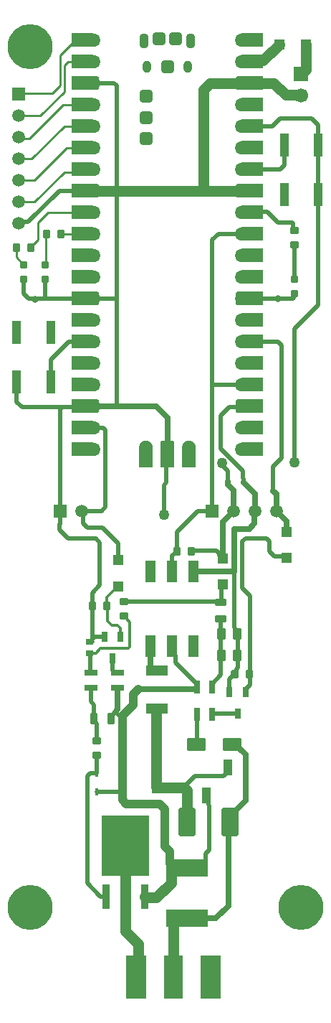
<source format=gtl>
G04*
G04 #@! TF.GenerationSoftware,Altium Limited,Altium Designer,21.9.2 (33)*
G04*
G04 Layer_Physical_Order=1*
G04 Layer_Color=255*
%FSLAX25Y25*%
%MOIN*%
G70*
G04*
G04 #@! TF.SameCoordinates,39B9B14E-A64B-4F8B-B52F-0CE4EF318544*
G04*
G04*
G04 #@! TF.FilePolarity,Positive*
G04*
G01*
G75*
%ADD16C,0.01000*%
%ADD17C,0.02000*%
%ADD20C,0.01200*%
%ADD27R,0.04528X0.05118*%
G04:AMPARAMS|DCode=28|XSize=86.61mil|YSize=59.06mil|CornerRadius=7.38mil|HoleSize=0mil|Usage=FLASHONLY|Rotation=0.000|XOffset=0mil|YOffset=0mil|HoleType=Round|Shape=RoundedRectangle|*
%AMROUNDEDRECTD28*
21,1,0.08661,0.04429,0,0,0.0*
21,1,0.07185,0.05906,0,0,0.0*
1,1,0.01476,0.03593,-0.02215*
1,1,0.01476,-0.03593,-0.02215*
1,1,0.01476,-0.03593,0.02215*
1,1,0.01476,0.03593,0.02215*
%
%ADD28ROUNDEDRECTD28*%
%ADD29R,0.03937X0.11024*%
G04:AMPARAMS|DCode=30|XSize=39.37mil|YSize=35.43mil|CornerRadius=4.43mil|HoleSize=0mil|Usage=FLASHONLY|Rotation=90.000|XOffset=0mil|YOffset=0mil|HoleType=Round|Shape=RoundedRectangle|*
%AMROUNDEDRECTD30*
21,1,0.03937,0.02657,0,0,90.0*
21,1,0.03051,0.03543,0,0,90.0*
1,1,0.00886,0.01329,0.01526*
1,1,0.00886,0.01329,-0.01526*
1,1,0.00886,-0.01329,-0.01526*
1,1,0.00886,-0.01329,0.01526*
%
%ADD30ROUNDEDRECTD30*%
G04:AMPARAMS|DCode=31|XSize=31.5mil|YSize=31.5mil|CornerRadius=3.94mil|HoleSize=0mil|Usage=FLASHONLY|Rotation=270.000|XOffset=0mil|YOffset=0mil|HoleType=Round|Shape=RoundedRectangle|*
%AMROUNDEDRECTD31*
21,1,0.03150,0.02362,0,0,270.0*
21,1,0.02362,0.03150,0,0,270.0*
1,1,0.00787,-0.01181,-0.01181*
1,1,0.00787,-0.01181,0.01181*
1,1,0.00787,0.01181,0.01181*
1,1,0.00787,0.01181,-0.01181*
%
%ADD31ROUNDEDRECTD31*%
G04:AMPARAMS|DCode=32|XSize=39.37mil|YSize=35.43mil|CornerRadius=4.43mil|HoleSize=0mil|Usage=FLASHONLY|Rotation=180.000|XOffset=0mil|YOffset=0mil|HoleType=Round|Shape=RoundedRectangle|*
%AMROUNDEDRECTD32*
21,1,0.03937,0.02657,0,0,180.0*
21,1,0.03051,0.03543,0,0,180.0*
1,1,0.00886,-0.01526,0.01329*
1,1,0.00886,0.01526,0.01329*
1,1,0.00886,0.01526,-0.01329*
1,1,0.00886,-0.01526,-0.01329*
%
%ADD32ROUNDEDRECTD32*%
%ADD33R,0.10433X0.05118*%
%ADD34R,0.05118X0.04528*%
G04:AMPARAMS|DCode=35|XSize=51.18mil|YSize=31.5mil|CornerRadius=3.94mil|HoleSize=0mil|Usage=FLASHONLY|Rotation=90.000|XOffset=0mil|YOffset=0mil|HoleType=Round|Shape=RoundedRectangle|*
%AMROUNDEDRECTD35*
21,1,0.05118,0.02362,0,0,90.0*
21,1,0.04331,0.03150,0,0,90.0*
1,1,0.00787,0.01181,0.02165*
1,1,0.00787,0.01181,-0.02165*
1,1,0.00787,-0.01181,-0.02165*
1,1,0.00787,-0.01181,0.02165*
%
%ADD35ROUNDEDRECTD35*%
%ADD36R,0.05906X0.03150*%
%ADD37R,0.03150X0.05906*%
G04:AMPARAMS|DCode=38|XSize=55.12mil|YSize=39.37mil|CornerRadius=4.92mil|HoleSize=0mil|Usage=FLASHONLY|Rotation=90.000|XOffset=0mil|YOffset=0mil|HoleType=Round|Shape=RoundedRectangle|*
%AMROUNDEDRECTD38*
21,1,0.05512,0.02953,0,0,90.0*
21,1,0.04528,0.03937,0,0,90.0*
1,1,0.00984,0.01476,0.02264*
1,1,0.00984,0.01476,-0.02264*
1,1,0.00984,-0.01476,-0.02264*
1,1,0.00984,-0.01476,0.02264*
%
%ADD38ROUNDEDRECTD38*%
%ADD39R,0.19685X0.07874*%
%ADD40R,0.04016X0.07480*%
%ADD41R,0.21850X0.28347*%
%ADD42R,0.03740X0.11811*%
%ADD43R,0.01772X0.03347*%
G04:AMPARAMS|DCode=44|XSize=131.89mil|YSize=80.71mil|CornerRadius=10.09mil|HoleSize=0mil|Usage=FLASHONLY|Rotation=90.000|XOffset=0mil|YOffset=0mil|HoleType=Round|Shape=RoundedRectangle|*
%AMROUNDEDRECTD44*
21,1,0.13189,0.06053,0,0,90.0*
21,1,0.11171,0.08071,0,0,90.0*
1,1,0.02018,0.03027,0.05586*
1,1,0.02018,0.03027,-0.05586*
1,1,0.02018,-0.03027,-0.05586*
1,1,0.02018,-0.03027,0.05586*
%
%ADD44ROUNDEDRECTD44*%
%ADD45R,0.03740X0.02953*%
%ADD46R,0.02559X0.04724*%
G04:AMPARAMS|DCode=47|XSize=51.18mil|YSize=31.5mil|CornerRadius=3.94mil|HoleSize=0mil|Usage=FLASHONLY|Rotation=0.000|XOffset=0mil|YOffset=0mil|HoleType=Round|Shape=RoundedRectangle|*
%AMROUNDEDRECTD47*
21,1,0.05118,0.02362,0,0,0.0*
21,1,0.04331,0.03150,0,0,0.0*
1,1,0.00787,0.02165,-0.01181*
1,1,0.00787,-0.02165,-0.01181*
1,1,0.00787,-0.02165,0.01181*
1,1,0.00787,0.02165,0.01181*
%
%ADD47ROUNDEDRECTD47*%
%ADD48R,0.05000X0.10000*%
%ADD85O,0.04134X0.05709*%
%ADD86O,0.04331X0.07087*%
G04:AMPARAMS|DCode=87|XSize=59.06mil|YSize=59.06mil|CornerRadius=11.81mil|HoleSize=0mil|Usage=FLASHONLY|Rotation=0.000|XOffset=0mil|YOffset=0mil|HoleType=Round|Shape=RoundedRectangle|*
%AMROUNDEDRECTD87*
21,1,0.05906,0.03543,0,0,0.0*
21,1,0.03543,0.05906,0,0,0.0*
1,1,0.02362,0.01772,-0.01772*
1,1,0.02362,-0.01772,-0.01772*
1,1,0.02362,-0.01772,0.01772*
1,1,0.02362,0.01772,0.01772*
%
%ADD87ROUNDEDRECTD87*%
G04:AMPARAMS|DCode=88|XSize=60mil|YSize=75mil|CornerRadius=15mil|HoleSize=0mil|Usage=FLASHONLY|Rotation=0.000|XOffset=0mil|YOffset=0mil|HoleType=Round|Shape=RoundedRectangle|*
%AMROUNDEDRECTD88*
21,1,0.06000,0.04500,0,0,0.0*
21,1,0.03000,0.07500,0,0,0.0*
1,1,0.03000,0.01500,-0.02250*
1,1,0.03000,-0.01500,-0.02250*
1,1,0.03000,-0.01500,0.02250*
1,1,0.03000,0.01500,0.02250*
%
%ADD88ROUNDEDRECTD88*%
%ADD89R,0.09016X0.20000*%
%ADD90R,0.09508X0.20000*%
%ADD91C,0.03937*%
%ADD92C,0.05000*%
%ADD93C,0.02500*%
%ADD94O,0.07500X0.06000*%
%ADD95C,0.01400*%
%ADD96C,0.20866*%
%ADD97R,0.05906X0.05906*%
%ADD98C,0.05906*%
%ADD99R,0.05906X0.05906*%
%ADD100C,0.06693*%
%ADD101R,0.06693X0.06693*%
%ADD102C,0.03150*%
%ADD103C,0.05000*%
G36*
X415299Y447035D02*
X405850D01*
X405686Y447040D01*
X405521Y447053D01*
X405358Y447074D01*
X405196Y447104D01*
X405035Y447143D01*
X404877Y447190D01*
X404722Y447245D01*
X404569Y447308D01*
X404421Y447379D01*
X404276Y447457D01*
X404135Y447544D01*
X403999Y447637D01*
X403868Y447737D01*
X403743Y447844D01*
X403623Y447958D01*
X403510Y448077D01*
X403403Y448203D01*
X403302Y448334D01*
X403209Y448470D01*
X403123Y448610D01*
X403044Y448755D01*
X402973Y448904D01*
X402910Y449056D01*
X402855Y449212D01*
X402808Y449370D01*
X402770Y449530D01*
X402740Y449692D01*
X402718Y449856D01*
X402705Y450020D01*
X402701Y450185D01*
X402705Y450350D01*
X402718Y450514D01*
X402740Y450678D01*
X402770Y450840D01*
X402808Y451000D01*
X402855Y451158D01*
X402910Y451314D01*
X402973Y451466D01*
X403044Y451615D01*
X403123Y451760D01*
X403209Y451900D01*
X403302Y452036D01*
X403403Y452167D01*
X403510Y452292D01*
X403623Y452412D01*
X403743Y452526D01*
X403868Y452633D01*
X403999Y452733D01*
X404135Y452826D01*
X404276Y452913D01*
X404421Y452991D01*
X404569Y453062D01*
X404722Y453125D01*
X404877Y453181D01*
X405035Y453227D01*
X405196Y453266D01*
X405358Y453296D01*
X405521Y453317D01*
X405686Y453330D01*
X405850Y453335D01*
X415299D01*
Y447035D01*
D02*
G37*
G36*
X336015Y453330D02*
X336180Y453317D01*
X336343Y453296D01*
X336505Y453266D01*
X336666Y453227D01*
X336824Y453181D01*
X336979Y453125D01*
X337131Y453062D01*
X337280Y452991D01*
X337425Y452913D01*
X337566Y452826D01*
X337702Y452733D01*
X337832Y452633D01*
X337958Y452526D01*
X338077Y452412D01*
X338191Y452292D01*
X338298Y452167D01*
X338399Y452036D01*
X338492Y451900D01*
X338578Y451760D01*
X338657Y451615D01*
X338728Y451466D01*
X338791Y451314D01*
X338846Y451158D01*
X338893Y451000D01*
X338931Y450840D01*
X338961Y450678D01*
X338983Y450514D01*
X338996Y450350D01*
X339000Y450185D01*
X338996Y450020D01*
X338983Y449856D01*
X338961Y449692D01*
X338931Y449530D01*
X338893Y449370D01*
X338846Y449212D01*
X338791Y449056D01*
X338728Y448904D01*
X338657Y448755D01*
X338578Y448610D01*
X338492Y448470D01*
X338399Y448334D01*
X338298Y448203D01*
X338191Y448077D01*
X338077Y447958D01*
X337958Y447844D01*
X337832Y447737D01*
X337702Y447637D01*
X337566Y447544D01*
X337425Y447457D01*
X337280Y447379D01*
X337131Y447308D01*
X336979Y447245D01*
X336824Y447190D01*
X336666Y447143D01*
X336505Y447104D01*
X336343Y447074D01*
X336180Y447053D01*
X336015Y447040D01*
X335850Y447035D01*
X326402D01*
Y453335D01*
X335850D01*
X336015Y453330D01*
D02*
G37*
G36*
X415299Y437035D02*
X403488D01*
X403447Y437037D01*
X403406Y437040D01*
X403365Y437045D01*
X403325Y437053D01*
X403284Y437062D01*
X403245Y437074D01*
X403206Y437088D01*
X403168Y437104D01*
X403131Y437121D01*
X403094Y437141D01*
X403059Y437162D01*
X403025Y437186D01*
X402993Y437211D01*
X402961Y437238D01*
X402931Y437266D01*
X402903Y437296D01*
X402876Y437327D01*
X402851Y437360D01*
X402828Y437394D01*
X402806Y437429D01*
X402787Y437465D01*
X402769Y437503D01*
X402753Y437541D01*
X402739Y437579D01*
X402728Y437619D01*
X402718Y437659D01*
X402710Y437700D01*
X402705Y437741D01*
X402702Y437782D01*
X402701Y437823D01*
Y442547D01*
X402702Y442589D01*
X402705Y442630D01*
X402710Y442670D01*
X402718Y442711D01*
X402728Y442751D01*
X402739Y442791D01*
X402753Y442829D01*
X402769Y442868D01*
X402787Y442905D01*
X402806Y442941D01*
X402828Y442976D01*
X402851Y443010D01*
X402876Y443043D01*
X402903Y443074D01*
X402931Y443104D01*
X402961Y443132D01*
X402993Y443159D01*
X403025Y443184D01*
X403059Y443208D01*
X403094Y443229D01*
X403131Y443249D01*
X403168Y443267D01*
X403206Y443282D01*
X403245Y443296D01*
X403284Y443308D01*
X403325Y443317D01*
X403365Y443325D01*
X403406Y443330D01*
X403447Y443334D01*
X403488Y443335D01*
X415299D01*
Y437035D01*
D02*
G37*
G36*
X338254Y443334D02*
X338295Y443330D01*
X338336Y443325D01*
X338376Y443317D01*
X338416Y443308D01*
X338456Y443296D01*
X338495Y443282D01*
X338533Y443267D01*
X338570Y443249D01*
X338606Y443229D01*
X338641Y443208D01*
X338675Y443184D01*
X338708Y443159D01*
X338739Y443132D01*
X338769Y443104D01*
X338798Y443074D01*
X338825Y443043D01*
X338850Y443010D01*
X338873Y442976D01*
X338895Y442941D01*
X338914Y442905D01*
X338932Y442868D01*
X338948Y442829D01*
X338962Y442791D01*
X338973Y442751D01*
X338983Y442711D01*
X338990Y442670D01*
X338996Y442630D01*
X338999Y442589D01*
X339000Y442547D01*
Y437823D01*
X338999Y437782D01*
X338996Y437741D01*
X338990Y437700D01*
X338983Y437659D01*
X338973Y437619D01*
X338962Y437579D01*
X338948Y437541D01*
X338932Y437503D01*
X338914Y437465D01*
X338895Y437429D01*
X338873Y437394D01*
X338850Y437360D01*
X338825Y437327D01*
X338798Y437296D01*
X338769Y437266D01*
X338739Y437238D01*
X338708Y437211D01*
X338675Y437186D01*
X338641Y437162D01*
X338606Y437141D01*
X338570Y437121D01*
X338533Y437104D01*
X338495Y437088D01*
X338456Y437074D01*
X338416Y437062D01*
X338376Y437053D01*
X338336Y437045D01*
X338295Y437040D01*
X338254Y437037D01*
X338213Y437035D01*
X326402D01*
Y443335D01*
X338213D01*
X338254Y443334D01*
D02*
G37*
G36*
X415299Y427035D02*
X405850D01*
X405686Y427040D01*
X405521Y427053D01*
X405358Y427074D01*
X405196Y427104D01*
X405035Y427143D01*
X404877Y427190D01*
X404722Y427245D01*
X404569Y427308D01*
X404421Y427379D01*
X404276Y427457D01*
X404135Y427544D01*
X403999Y427637D01*
X403868Y427737D01*
X403743Y427844D01*
X403623Y427958D01*
X403510Y428078D01*
X403403Y428203D01*
X403302Y428334D01*
X403209Y428470D01*
X403123Y428610D01*
X403044Y428755D01*
X402973Y428904D01*
X402910Y429056D01*
X402855Y429212D01*
X402808Y429370D01*
X402770Y429530D01*
X402740Y429692D01*
X402718Y429856D01*
X402705Y430020D01*
X402701Y430185D01*
X402705Y430350D01*
X402718Y430514D01*
X402740Y430678D01*
X402770Y430840D01*
X402808Y431000D01*
X402855Y431158D01*
X402910Y431314D01*
X402973Y431466D01*
X403044Y431615D01*
X403123Y431760D01*
X403209Y431900D01*
X403302Y432036D01*
X403403Y432167D01*
X403510Y432293D01*
X403623Y432412D01*
X403743Y432526D01*
X403868Y432633D01*
X403999Y432733D01*
X404135Y432827D01*
X404276Y432913D01*
X404421Y432991D01*
X404569Y433062D01*
X404722Y433125D01*
X404877Y433181D01*
X405035Y433227D01*
X405196Y433266D01*
X405358Y433296D01*
X405521Y433317D01*
X405686Y433330D01*
X405850Y433335D01*
X415299D01*
Y427035D01*
D02*
G37*
G36*
X336015Y433330D02*
X336180Y433317D01*
X336343Y433296D01*
X336505Y433266D01*
X336666Y433227D01*
X336824Y433181D01*
X336979Y433125D01*
X337131Y433062D01*
X337280Y432991D01*
X337425Y432913D01*
X337566Y432827D01*
X337702Y432733D01*
X337832Y432633D01*
X337958Y432526D01*
X338077Y432412D01*
X338191Y432293D01*
X338298Y432167D01*
X338399Y432036D01*
X338492Y431900D01*
X338578Y431760D01*
X338657Y431615D01*
X338728Y431466D01*
X338791Y431314D01*
X338846Y431158D01*
X338893Y431000D01*
X338931Y430840D01*
X338961Y430678D01*
X338983Y430514D01*
X338996Y430350D01*
X339000Y430185D01*
X338996Y430020D01*
X338983Y429856D01*
X338961Y429692D01*
X338931Y429530D01*
X338893Y429370D01*
X338846Y429212D01*
X338791Y429056D01*
X338728Y428904D01*
X338657Y428755D01*
X338578Y428610D01*
X338492Y428470D01*
X338399Y428334D01*
X338298Y428203D01*
X338191Y428078D01*
X338077Y427958D01*
X337958Y427844D01*
X337832Y427737D01*
X337702Y427637D01*
X337566Y427544D01*
X337425Y427457D01*
X337280Y427379D01*
X337131Y427308D01*
X336979Y427245D01*
X336824Y427190D01*
X336666Y427143D01*
X336505Y427104D01*
X336343Y427074D01*
X336180Y427053D01*
X336015Y427040D01*
X335850Y427035D01*
X326402D01*
Y433335D01*
X335850D01*
X336015Y433330D01*
D02*
G37*
G36*
X415299Y417035D02*
X405850D01*
X405686Y417040D01*
X405521Y417053D01*
X405358Y417074D01*
X405196Y417104D01*
X405035Y417143D01*
X404877Y417190D01*
X404722Y417245D01*
X404569Y417308D01*
X404421Y417379D01*
X404276Y417457D01*
X404135Y417544D01*
X403999Y417637D01*
X403868Y417737D01*
X403743Y417844D01*
X403623Y417958D01*
X403510Y418078D01*
X403403Y418203D01*
X403302Y418334D01*
X403209Y418470D01*
X403123Y418610D01*
X403044Y418755D01*
X402973Y418904D01*
X402910Y419056D01*
X402855Y419212D01*
X402808Y419370D01*
X402770Y419530D01*
X402740Y419692D01*
X402718Y419856D01*
X402705Y420020D01*
X402701Y420185D01*
X402705Y420350D01*
X402718Y420514D01*
X402740Y420678D01*
X402770Y420840D01*
X402808Y421000D01*
X402855Y421158D01*
X402910Y421314D01*
X402973Y421466D01*
X403044Y421615D01*
X403123Y421760D01*
X403209Y421900D01*
X403302Y422036D01*
X403403Y422167D01*
X403510Y422293D01*
X403623Y422412D01*
X403743Y422526D01*
X403868Y422633D01*
X403999Y422733D01*
X404135Y422826D01*
X404276Y422913D01*
X404421Y422991D01*
X404569Y423062D01*
X404722Y423126D01*
X404877Y423180D01*
X405035Y423227D01*
X405196Y423266D01*
X405358Y423296D01*
X405521Y423317D01*
X405686Y423330D01*
X405850Y423335D01*
X415299D01*
Y417035D01*
D02*
G37*
G36*
X336015Y423330D02*
X336180Y423317D01*
X336343Y423296D01*
X336505Y423266D01*
X336666Y423227D01*
X336824Y423180D01*
X336979Y423126D01*
X337131Y423062D01*
X337280Y422991D01*
X337425Y422913D01*
X337566Y422826D01*
X337702Y422733D01*
X337832Y422633D01*
X337958Y422526D01*
X338077Y422412D01*
X338191Y422293D01*
X338298Y422167D01*
X338399Y422036D01*
X338492Y421900D01*
X338578Y421760D01*
X338657Y421615D01*
X338728Y421466D01*
X338791Y421314D01*
X338846Y421158D01*
X338893Y421000D01*
X338931Y420840D01*
X338961Y420678D01*
X338983Y420514D01*
X338996Y420350D01*
X339000Y420185D01*
X338996Y420020D01*
X338983Y419856D01*
X338961Y419692D01*
X338931Y419530D01*
X338893Y419370D01*
X338846Y419212D01*
X338791Y419056D01*
X338728Y418904D01*
X338657Y418755D01*
X338578Y418610D01*
X338492Y418470D01*
X338399Y418334D01*
X338298Y418203D01*
X338191Y418078D01*
X338077Y417958D01*
X337958Y417844D01*
X337832Y417737D01*
X337702Y417637D01*
X337566Y417544D01*
X337425Y417457D01*
X337280Y417379D01*
X337131Y417308D01*
X336979Y417245D01*
X336824Y417190D01*
X336666Y417143D01*
X336505Y417104D01*
X336343Y417074D01*
X336180Y417053D01*
X336015Y417040D01*
X335850Y417035D01*
X326402D01*
Y423335D01*
X335850D01*
X336015Y423330D01*
D02*
G37*
G36*
X415299Y407035D02*
X405850D01*
X405686Y407040D01*
X405521Y407053D01*
X405358Y407074D01*
X405196Y407104D01*
X405035Y407143D01*
X404877Y407190D01*
X404722Y407245D01*
X404569Y407308D01*
X404421Y407379D01*
X404276Y407457D01*
X404135Y407544D01*
X403999Y407637D01*
X403868Y407737D01*
X403743Y407844D01*
X403623Y407958D01*
X403510Y408077D01*
X403403Y408203D01*
X403302Y408334D01*
X403209Y408470D01*
X403123Y408610D01*
X403044Y408755D01*
X402973Y408904D01*
X402910Y409056D01*
X402855Y409212D01*
X402808Y409370D01*
X402770Y409530D01*
X402740Y409692D01*
X402718Y409856D01*
X402705Y410020D01*
X402701Y410185D01*
X402705Y410350D01*
X402718Y410514D01*
X402740Y410678D01*
X402770Y410840D01*
X402808Y411000D01*
X402855Y411158D01*
X402910Y411314D01*
X402973Y411466D01*
X403044Y411615D01*
X403123Y411760D01*
X403209Y411900D01*
X403302Y412036D01*
X403403Y412167D01*
X403510Y412292D01*
X403623Y412412D01*
X403743Y412526D01*
X403868Y412633D01*
X403999Y412733D01*
X404135Y412826D01*
X404276Y412913D01*
X404421Y412991D01*
X404569Y413062D01*
X404722Y413126D01*
X404877Y413180D01*
X405035Y413227D01*
X405196Y413266D01*
X405358Y413296D01*
X405521Y413317D01*
X405686Y413330D01*
X405850Y413335D01*
X415299D01*
Y407035D01*
D02*
G37*
G36*
X336015Y413330D02*
X336180Y413317D01*
X336343Y413296D01*
X336505Y413266D01*
X336666Y413227D01*
X336824Y413180D01*
X336979Y413126D01*
X337131Y413062D01*
X337280Y412991D01*
X337425Y412913D01*
X337566Y412826D01*
X337702Y412733D01*
X337832Y412633D01*
X337958Y412526D01*
X338077Y412412D01*
X338191Y412292D01*
X338298Y412167D01*
X338399Y412036D01*
X338492Y411900D01*
X338578Y411760D01*
X338657Y411615D01*
X338728Y411466D01*
X338791Y411314D01*
X338846Y411158D01*
X338893Y411000D01*
X338931Y410840D01*
X338961Y410678D01*
X338983Y410514D01*
X338996Y410350D01*
X339000Y410185D01*
X338996Y410020D01*
X338983Y409856D01*
X338961Y409692D01*
X338931Y409530D01*
X338893Y409370D01*
X338846Y409212D01*
X338791Y409056D01*
X338728Y408904D01*
X338657Y408755D01*
X338578Y408610D01*
X338492Y408470D01*
X338399Y408334D01*
X338298Y408203D01*
X338191Y408077D01*
X338077Y407958D01*
X337958Y407844D01*
X337832Y407737D01*
X337702Y407637D01*
X337566Y407544D01*
X337425Y407457D01*
X337280Y407379D01*
X337131Y407308D01*
X336979Y407245D01*
X336824Y407190D01*
X336666Y407143D01*
X336505Y407104D01*
X336343Y407074D01*
X336180Y407053D01*
X336015Y407040D01*
X335850Y407035D01*
X326402D01*
Y413335D01*
X335850D01*
X336015Y413330D01*
D02*
G37*
G36*
X415299Y397035D02*
X405850D01*
X405686Y397040D01*
X405521Y397053D01*
X405358Y397074D01*
X405196Y397104D01*
X405035Y397143D01*
X404877Y397190D01*
X404722Y397245D01*
X404569Y397308D01*
X404421Y397379D01*
X404276Y397457D01*
X404135Y397544D01*
X403999Y397637D01*
X403868Y397737D01*
X403743Y397844D01*
X403623Y397958D01*
X403510Y398078D01*
X403403Y398203D01*
X403302Y398334D01*
X403209Y398470D01*
X403123Y398610D01*
X403044Y398755D01*
X402973Y398904D01*
X402910Y399056D01*
X402855Y399212D01*
X402808Y399370D01*
X402770Y399530D01*
X402740Y399692D01*
X402718Y399856D01*
X402705Y400020D01*
X402701Y400185D01*
X402705Y400350D01*
X402718Y400514D01*
X402740Y400678D01*
X402770Y400840D01*
X402808Y401000D01*
X402855Y401158D01*
X402910Y401314D01*
X402973Y401466D01*
X403044Y401615D01*
X403123Y401760D01*
X403209Y401900D01*
X403302Y402036D01*
X403403Y402167D01*
X403510Y402292D01*
X403623Y402412D01*
X403743Y402526D01*
X403868Y402633D01*
X403999Y402733D01*
X404135Y402826D01*
X404276Y402913D01*
X404421Y402991D01*
X404569Y403062D01*
X404722Y403125D01*
X404877Y403181D01*
X405035Y403227D01*
X405196Y403266D01*
X405358Y403296D01*
X405521Y403317D01*
X405686Y403330D01*
X405850Y403335D01*
X415299D01*
Y397035D01*
D02*
G37*
G36*
X336015Y403330D02*
X336180Y403317D01*
X336343Y403296D01*
X336505Y403266D01*
X336666Y403227D01*
X336824Y403181D01*
X336979Y403125D01*
X337131Y403062D01*
X337280Y402991D01*
X337425Y402913D01*
X337566Y402826D01*
X337702Y402733D01*
X337832Y402633D01*
X337958Y402526D01*
X338077Y402412D01*
X338191Y402292D01*
X338298Y402167D01*
X338399Y402036D01*
X338492Y401900D01*
X338578Y401760D01*
X338657Y401615D01*
X338728Y401466D01*
X338791Y401314D01*
X338846Y401158D01*
X338893Y401000D01*
X338931Y400840D01*
X338961Y400678D01*
X338983Y400514D01*
X338996Y400350D01*
X339000Y400185D01*
X338996Y400020D01*
X338983Y399856D01*
X338961Y399692D01*
X338931Y399530D01*
X338893Y399370D01*
X338846Y399212D01*
X338791Y399056D01*
X338728Y398904D01*
X338657Y398755D01*
X338578Y398610D01*
X338492Y398470D01*
X338399Y398334D01*
X338298Y398203D01*
X338191Y398078D01*
X338077Y397958D01*
X337958Y397844D01*
X337832Y397737D01*
X337702Y397637D01*
X337566Y397544D01*
X337425Y397457D01*
X337280Y397379D01*
X337131Y397308D01*
X336979Y397245D01*
X336824Y397190D01*
X336666Y397143D01*
X336505Y397104D01*
X336343Y397074D01*
X336180Y397053D01*
X336015Y397040D01*
X335850Y397035D01*
X326402D01*
Y403335D01*
X335850D01*
X336015Y403330D01*
D02*
G37*
G36*
X415299Y387035D02*
X403488D01*
X403447Y387036D01*
X403406Y387040D01*
X403365Y387045D01*
X403325Y387053D01*
X403284Y387062D01*
X403245Y387074D01*
X403206Y387088D01*
X403168Y387104D01*
X403131Y387121D01*
X403094Y387141D01*
X403059Y387162D01*
X403025Y387186D01*
X402993Y387211D01*
X402961Y387238D01*
X402931Y387266D01*
X402903Y387296D01*
X402876Y387327D01*
X402851Y387360D01*
X402828Y387394D01*
X402806Y387429D01*
X402787Y387465D01*
X402769Y387503D01*
X402753Y387541D01*
X402739Y387579D01*
X402728Y387619D01*
X402718Y387659D01*
X402710Y387700D01*
X402705Y387740D01*
X402702Y387782D01*
X402701Y387823D01*
Y392547D01*
X402702Y392588D01*
X402705Y392630D01*
X402710Y392670D01*
X402718Y392711D01*
X402728Y392751D01*
X402739Y392791D01*
X402753Y392829D01*
X402769Y392867D01*
X402787Y392905D01*
X402806Y392941D01*
X402828Y392976D01*
X402851Y393010D01*
X402876Y393043D01*
X402903Y393074D01*
X402931Y393104D01*
X402961Y393132D01*
X402993Y393159D01*
X403025Y393184D01*
X403059Y393208D01*
X403094Y393229D01*
X403131Y393249D01*
X403168Y393267D01*
X403206Y393282D01*
X403245Y393296D01*
X403284Y393308D01*
X403325Y393317D01*
X403365Y393325D01*
X403406Y393330D01*
X403447Y393334D01*
X403488Y393335D01*
X415299D01*
Y387035D01*
D02*
G37*
G36*
X338254Y393334D02*
X338295Y393330D01*
X338336Y393325D01*
X338376Y393317D01*
X338416Y393308D01*
X338456Y393296D01*
X338495Y393282D01*
X338533Y393267D01*
X338570Y393249D01*
X338606Y393229D01*
X338641Y393208D01*
X338675Y393184D01*
X338708Y393159D01*
X338739Y393132D01*
X338769Y393104D01*
X338798Y393074D01*
X338825Y393043D01*
X338850Y393010D01*
X338873Y392976D01*
X338895Y392941D01*
X338914Y392905D01*
X338932Y392867D01*
X338948Y392829D01*
X338962Y392791D01*
X338973Y392751D01*
X338983Y392711D01*
X338990Y392670D01*
X338996Y392630D01*
X338999Y392588D01*
X339000Y392547D01*
Y387823D01*
X338999Y387782D01*
X338996Y387740D01*
X338990Y387700D01*
X338983Y387659D01*
X338973Y387619D01*
X338962Y387579D01*
X338948Y387541D01*
X338932Y387503D01*
X338914Y387465D01*
X338895Y387429D01*
X338873Y387394D01*
X338850Y387360D01*
X338825Y387327D01*
X338798Y387296D01*
X338769Y387266D01*
X338739Y387238D01*
X338708Y387211D01*
X338675Y387186D01*
X338641Y387162D01*
X338606Y387141D01*
X338570Y387121D01*
X338533Y387104D01*
X338495Y387088D01*
X338456Y387074D01*
X338416Y387062D01*
X338376Y387053D01*
X338336Y387045D01*
X338295Y387040D01*
X338254Y387036D01*
X338213Y387035D01*
X326402D01*
Y393335D01*
X338213D01*
X338254Y393334D01*
D02*
G37*
G36*
X415299Y377035D02*
X405850D01*
X405686Y377040D01*
X405521Y377053D01*
X405358Y377074D01*
X405196Y377104D01*
X405035Y377143D01*
X404877Y377190D01*
X404722Y377245D01*
X404569Y377308D01*
X404421Y377379D01*
X404276Y377457D01*
X404135Y377544D01*
X403999Y377637D01*
X403868Y377737D01*
X403743Y377844D01*
X403623Y377958D01*
X403510Y378078D01*
X403403Y378203D01*
X403302Y378334D01*
X403209Y378470D01*
X403123Y378610D01*
X403044Y378755D01*
X402973Y378904D01*
X402910Y379056D01*
X402855Y379212D01*
X402808Y379370D01*
X402770Y379530D01*
X402740Y379692D01*
X402718Y379856D01*
X402705Y380020D01*
X402701Y380185D01*
X402705Y380350D01*
X402718Y380514D01*
X402740Y380678D01*
X402770Y380840D01*
X402808Y381000D01*
X402855Y381158D01*
X402910Y381314D01*
X402973Y381466D01*
X403044Y381615D01*
X403123Y381760D01*
X403209Y381900D01*
X403302Y382036D01*
X403403Y382167D01*
X403510Y382293D01*
X403623Y382412D01*
X403743Y382526D01*
X403868Y382633D01*
X403999Y382733D01*
X404135Y382826D01*
X404276Y382913D01*
X404421Y382991D01*
X404569Y383062D01*
X404722Y383125D01*
X404877Y383180D01*
X405035Y383227D01*
X405196Y383266D01*
X405358Y383296D01*
X405521Y383317D01*
X405686Y383330D01*
X405850Y383335D01*
X415299D01*
Y377035D01*
D02*
G37*
G36*
X336015Y383330D02*
X336180Y383317D01*
X336343Y383296D01*
X336505Y383266D01*
X336666Y383227D01*
X336824Y383180D01*
X336979Y383125D01*
X337131Y383062D01*
X337280Y382991D01*
X337425Y382913D01*
X337566Y382826D01*
X337702Y382733D01*
X337832Y382633D01*
X337958Y382526D01*
X338077Y382412D01*
X338191Y382293D01*
X338298Y382167D01*
X338399Y382036D01*
X338492Y381900D01*
X338578Y381760D01*
X338657Y381615D01*
X338728Y381466D01*
X338791Y381314D01*
X338846Y381158D01*
X338893Y381000D01*
X338931Y380840D01*
X338961Y380678D01*
X338983Y380514D01*
X338996Y380350D01*
X339000Y380185D01*
X338996Y380020D01*
X338983Y379856D01*
X338961Y379692D01*
X338931Y379530D01*
X338893Y379370D01*
X338846Y379212D01*
X338791Y379056D01*
X338728Y378904D01*
X338657Y378755D01*
X338578Y378610D01*
X338492Y378470D01*
X338399Y378334D01*
X338298Y378203D01*
X338191Y378078D01*
X338077Y377958D01*
X337958Y377844D01*
X337832Y377737D01*
X337702Y377637D01*
X337566Y377544D01*
X337425Y377457D01*
X337280Y377379D01*
X337131Y377308D01*
X336979Y377245D01*
X336824Y377190D01*
X336666Y377143D01*
X336505Y377104D01*
X336343Y377074D01*
X336180Y377053D01*
X336015Y377040D01*
X335850Y377035D01*
X326402D01*
Y383335D01*
X335850D01*
X336015Y383330D01*
D02*
G37*
G36*
X415299Y367035D02*
X405850D01*
X405686Y367040D01*
X405521Y367053D01*
X405358Y367074D01*
X405196Y367104D01*
X405035Y367143D01*
X404877Y367190D01*
X404722Y367245D01*
X404569Y367308D01*
X404421Y367379D01*
X404276Y367457D01*
X404135Y367544D01*
X403999Y367637D01*
X403868Y367737D01*
X403743Y367844D01*
X403623Y367958D01*
X403510Y368077D01*
X403403Y368203D01*
X403302Y368334D01*
X403209Y368470D01*
X403123Y368610D01*
X403044Y368755D01*
X402973Y368904D01*
X402910Y369056D01*
X402855Y369212D01*
X402808Y369370D01*
X402770Y369530D01*
X402740Y369692D01*
X402718Y369856D01*
X402705Y370020D01*
X402701Y370185D01*
X402705Y370350D01*
X402718Y370514D01*
X402740Y370678D01*
X402770Y370840D01*
X402808Y371000D01*
X402855Y371158D01*
X402910Y371314D01*
X402973Y371466D01*
X403044Y371615D01*
X403123Y371760D01*
X403209Y371900D01*
X403302Y372036D01*
X403403Y372167D01*
X403510Y372292D01*
X403623Y372412D01*
X403743Y372526D01*
X403868Y372633D01*
X403999Y372733D01*
X404135Y372827D01*
X404276Y372913D01*
X404421Y372991D01*
X404569Y373062D01*
X404722Y373126D01*
X404877Y373181D01*
X405035Y373227D01*
X405196Y373266D01*
X405358Y373296D01*
X405521Y373317D01*
X405686Y373330D01*
X405850Y373335D01*
X415299D01*
Y367035D01*
D02*
G37*
G36*
X336015Y373330D02*
X336180Y373317D01*
X336343Y373296D01*
X336505Y373266D01*
X336666Y373227D01*
X336824Y373181D01*
X336979Y373126D01*
X337131Y373062D01*
X337280Y372991D01*
X337425Y372913D01*
X337566Y372827D01*
X337702Y372733D01*
X337832Y372633D01*
X337958Y372526D01*
X338077Y372412D01*
X338191Y372292D01*
X338298Y372167D01*
X338399Y372036D01*
X338492Y371900D01*
X338578Y371760D01*
X338657Y371615D01*
X338728Y371466D01*
X338791Y371314D01*
X338846Y371158D01*
X338893Y371000D01*
X338931Y370840D01*
X338961Y370678D01*
X338983Y370514D01*
X338996Y370350D01*
X339000Y370185D01*
X338996Y370020D01*
X338983Y369856D01*
X338961Y369692D01*
X338931Y369530D01*
X338893Y369370D01*
X338846Y369212D01*
X338791Y369056D01*
X338728Y368904D01*
X338657Y368755D01*
X338578Y368610D01*
X338492Y368470D01*
X338399Y368334D01*
X338298Y368203D01*
X338191Y368077D01*
X338077Y367958D01*
X337958Y367844D01*
X337832Y367737D01*
X337702Y367637D01*
X337566Y367544D01*
X337425Y367457D01*
X337280Y367379D01*
X337131Y367308D01*
X336979Y367245D01*
X336824Y367190D01*
X336666Y367143D01*
X336505Y367104D01*
X336343Y367074D01*
X336180Y367053D01*
X336015Y367040D01*
X335850Y367035D01*
X326402D01*
Y373335D01*
X335850D01*
X336015Y373330D01*
D02*
G37*
G36*
X381015Y374236D02*
X381180Y374223D01*
X381343Y374201D01*
X381505Y374171D01*
X381666Y374133D01*
X381824Y374086D01*
X381979Y374031D01*
X382131Y373968D01*
X382280Y373897D01*
X382425Y373818D01*
X382566Y373732D01*
X382702Y373639D01*
X382833Y373538D01*
X382958Y373431D01*
X383078Y373318D01*
X383191Y373198D01*
X383298Y373073D01*
X383399Y372942D01*
X383492Y372806D01*
X383578Y372665D01*
X383657Y372520D01*
X383728Y372372D01*
X383791Y372219D01*
X383846Y372064D01*
X383893Y371906D01*
X383931Y371745D01*
X383961Y371583D01*
X383983Y371420D01*
X383996Y371255D01*
X384000Y371091D01*
Y361642D01*
X377701D01*
Y371091D01*
X377705Y371255D01*
X377718Y371420D01*
X377740Y371583D01*
X377770Y371745D01*
X377808Y371906D01*
X377855Y372064D01*
X377910Y372219D01*
X377973Y372372D01*
X378044Y372520D01*
X378123Y372665D01*
X378209Y372806D01*
X378302Y372942D01*
X378403Y373073D01*
X378510Y373198D01*
X378623Y373318D01*
X378743Y373431D01*
X378868Y373538D01*
X378999Y373639D01*
X379135Y373732D01*
X379276Y373818D01*
X379420Y373897D01*
X379569Y373968D01*
X379722Y374031D01*
X379877Y374086D01*
X380035Y374133D01*
X380196Y374171D01*
X380358Y374201D01*
X380521Y374223D01*
X380686Y374236D01*
X380850Y374240D01*
X381015Y374236D01*
D02*
G37*
G36*
X373254Y374239D02*
X373295Y374236D01*
X373336Y374231D01*
X373376Y374223D01*
X373416Y374213D01*
X373456Y374202D01*
X373495Y374188D01*
X373533Y374172D01*
X373570Y374154D01*
X373606Y374135D01*
X373641Y374113D01*
X373675Y374090D01*
X373708Y374065D01*
X373740Y374038D01*
X373769Y374009D01*
X373798Y373980D01*
X373825Y373948D01*
X373850Y373916D01*
X373873Y373882D01*
X373895Y373847D01*
X373914Y373810D01*
X373932Y373773D01*
X373948Y373735D01*
X373961Y373696D01*
X373973Y373657D01*
X373983Y373617D01*
X373990Y373576D01*
X373996Y373535D01*
X373999Y373494D01*
X374000Y373453D01*
Y361642D01*
X367701D01*
Y373453D01*
X367702Y373494D01*
X367705Y373535D01*
X367710Y373576D01*
X367718Y373617D01*
X367728Y373657D01*
X367739Y373696D01*
X367753Y373735D01*
X367769Y373773D01*
X367787Y373810D01*
X367806Y373847D01*
X367828Y373882D01*
X367851Y373916D01*
X367876Y373948D01*
X367903Y373980D01*
X367931Y374009D01*
X367961Y374038D01*
X367993Y374065D01*
X368025Y374090D01*
X368059Y374113D01*
X368094Y374135D01*
X368131Y374154D01*
X368168Y374172D01*
X368206Y374188D01*
X368245Y374202D01*
X368284Y374213D01*
X368324Y374223D01*
X368365Y374231D01*
X368406Y374236D01*
X368447Y374239D01*
X368488Y374240D01*
X373213D01*
X373254Y374239D01*
D02*
G37*
G36*
X361015Y374236D02*
X361180Y374223D01*
X361343Y374201D01*
X361505Y374171D01*
X361666Y374133D01*
X361824Y374086D01*
X361979Y374031D01*
X362131Y373968D01*
X362280Y373897D01*
X362425Y373818D01*
X362566Y373732D01*
X362702Y373639D01*
X362832Y373538D01*
X362958Y373431D01*
X363077Y373318D01*
X363191Y373198D01*
X363298Y373073D01*
X363399Y372942D01*
X363492Y372806D01*
X363578Y372665D01*
X363657Y372520D01*
X363728Y372372D01*
X363791Y372219D01*
X363846Y372064D01*
X363893Y371906D01*
X363931Y371745D01*
X363961Y371583D01*
X363983Y371420D01*
X363996Y371255D01*
X364000Y371091D01*
Y361642D01*
X357701D01*
Y371091D01*
X357705Y371255D01*
X357718Y371420D01*
X357740Y371583D01*
X357770Y371745D01*
X357808Y371906D01*
X357855Y372064D01*
X357910Y372219D01*
X357973Y372372D01*
X358044Y372520D01*
X358123Y372665D01*
X358209Y372806D01*
X358302Y372942D01*
X358403Y373073D01*
X358510Y373198D01*
X358623Y373318D01*
X358743Y373431D01*
X358868Y373538D01*
X358999Y373639D01*
X359135Y373732D01*
X359276Y373818D01*
X359420Y373897D01*
X359569Y373968D01*
X359722Y374031D01*
X359877Y374086D01*
X360035Y374133D01*
X360196Y374171D01*
X360358Y374201D01*
X360521Y374223D01*
X360686Y374236D01*
X360850Y374240D01*
X361015Y374236D01*
D02*
G37*
G36*
X415299Y557035D02*
X405850D01*
X405686Y557040D01*
X405521Y557053D01*
X405358Y557074D01*
X405196Y557104D01*
X405035Y557143D01*
X404877Y557190D01*
X404722Y557245D01*
X404569Y557308D01*
X404421Y557379D01*
X404276Y557457D01*
X404135Y557544D01*
X403999Y557637D01*
X403868Y557737D01*
X403743Y557844D01*
X403623Y557958D01*
X403510Y558077D01*
X403403Y558203D01*
X403302Y558334D01*
X403209Y558470D01*
X403123Y558610D01*
X403044Y558755D01*
X402973Y558904D01*
X402910Y559056D01*
X402855Y559212D01*
X402808Y559370D01*
X402770Y559530D01*
X402740Y559692D01*
X402718Y559856D01*
X402705Y560020D01*
X402701Y560185D01*
X402705Y560350D01*
X402718Y560514D01*
X402740Y560678D01*
X402770Y560840D01*
X402808Y561000D01*
X402855Y561158D01*
X402910Y561314D01*
X402973Y561466D01*
X403044Y561615D01*
X403123Y561760D01*
X403209Y561900D01*
X403302Y562036D01*
X403403Y562167D01*
X403510Y562292D01*
X403623Y562412D01*
X403743Y562526D01*
X403868Y562633D01*
X403999Y562733D01*
X404135Y562826D01*
X404276Y562913D01*
X404421Y562991D01*
X404569Y563062D01*
X404722Y563126D01*
X404877Y563180D01*
X405035Y563227D01*
X405196Y563266D01*
X405358Y563296D01*
X405521Y563317D01*
X405686Y563330D01*
X405850Y563335D01*
X415299D01*
Y557035D01*
D02*
G37*
G36*
X336015Y563330D02*
X336180Y563317D01*
X336343Y563296D01*
X336505Y563266D01*
X336666Y563227D01*
X336824Y563180D01*
X336979Y563126D01*
X337131Y563062D01*
X337280Y562991D01*
X337425Y562913D01*
X337566Y562826D01*
X337702Y562733D01*
X337832Y562633D01*
X337958Y562526D01*
X338077Y562412D01*
X338191Y562292D01*
X338298Y562167D01*
X338399Y562036D01*
X338492Y561900D01*
X338578Y561760D01*
X338657Y561615D01*
X338728Y561466D01*
X338791Y561314D01*
X338846Y561158D01*
X338893Y561000D01*
X338931Y560840D01*
X338961Y560678D01*
X338983Y560514D01*
X338996Y560350D01*
X339000Y560185D01*
X338996Y560020D01*
X338983Y559856D01*
X338961Y559692D01*
X338931Y559530D01*
X338893Y559370D01*
X338846Y559212D01*
X338791Y559056D01*
X338728Y558904D01*
X338657Y558755D01*
X338578Y558610D01*
X338492Y558470D01*
X338399Y558334D01*
X338298Y558203D01*
X338191Y558077D01*
X338077Y557958D01*
X337958Y557844D01*
X337832Y557737D01*
X337702Y557637D01*
X337566Y557544D01*
X337425Y557457D01*
X337280Y557379D01*
X337131Y557308D01*
X336979Y557245D01*
X336824Y557190D01*
X336666Y557143D01*
X336505Y557104D01*
X336343Y557074D01*
X336180Y557053D01*
X336015Y557040D01*
X335850Y557035D01*
X326402D01*
Y563335D01*
X335850D01*
X336015Y563330D01*
D02*
G37*
G36*
X415299Y547035D02*
X405850D01*
X405686Y547040D01*
X405521Y547053D01*
X405358Y547074D01*
X405196Y547104D01*
X405035Y547143D01*
X404877Y547190D01*
X404722Y547245D01*
X404569Y547308D01*
X404421Y547379D01*
X404276Y547457D01*
X404135Y547544D01*
X403999Y547637D01*
X403868Y547737D01*
X403743Y547844D01*
X403623Y547958D01*
X403510Y548077D01*
X403403Y548203D01*
X403302Y548334D01*
X403209Y548470D01*
X403123Y548610D01*
X403044Y548755D01*
X402973Y548904D01*
X402910Y549056D01*
X402855Y549212D01*
X402808Y549370D01*
X402770Y549530D01*
X402740Y549692D01*
X402718Y549856D01*
X402705Y550020D01*
X402701Y550185D01*
X402705Y550350D01*
X402718Y550514D01*
X402740Y550678D01*
X402770Y550840D01*
X402808Y551000D01*
X402855Y551158D01*
X402910Y551314D01*
X402973Y551466D01*
X403044Y551615D01*
X403123Y551760D01*
X403209Y551900D01*
X403302Y552036D01*
X403403Y552167D01*
X403510Y552292D01*
X403623Y552412D01*
X403743Y552526D01*
X403868Y552633D01*
X403999Y552733D01*
X404135Y552826D01*
X404276Y552913D01*
X404421Y552991D01*
X404569Y553062D01*
X404722Y553125D01*
X404877Y553181D01*
X405035Y553227D01*
X405196Y553266D01*
X405358Y553296D01*
X405521Y553317D01*
X405686Y553330D01*
X405850Y553335D01*
X415299D01*
Y547035D01*
D02*
G37*
G36*
X336015Y553330D02*
X336180Y553317D01*
X336343Y553296D01*
X336505Y553266D01*
X336666Y553227D01*
X336824Y553181D01*
X336979Y553125D01*
X337131Y553062D01*
X337280Y552991D01*
X337425Y552913D01*
X337566Y552826D01*
X337702Y552733D01*
X337832Y552633D01*
X337958Y552526D01*
X338077Y552412D01*
X338191Y552292D01*
X338298Y552167D01*
X338399Y552036D01*
X338492Y551900D01*
X338578Y551760D01*
X338657Y551615D01*
X338728Y551466D01*
X338791Y551314D01*
X338846Y551158D01*
X338893Y551000D01*
X338931Y550840D01*
X338961Y550678D01*
X338983Y550514D01*
X338996Y550350D01*
X339000Y550185D01*
X338996Y550020D01*
X338983Y549856D01*
X338961Y549692D01*
X338931Y549530D01*
X338893Y549370D01*
X338846Y549212D01*
X338791Y549056D01*
X338728Y548904D01*
X338657Y548755D01*
X338578Y548610D01*
X338492Y548470D01*
X338399Y548334D01*
X338298Y548203D01*
X338191Y548077D01*
X338077Y547958D01*
X337958Y547844D01*
X337832Y547737D01*
X337702Y547637D01*
X337566Y547544D01*
X337425Y547457D01*
X337280Y547379D01*
X337131Y547308D01*
X336979Y547245D01*
X336824Y547190D01*
X336666Y547143D01*
X336505Y547104D01*
X336343Y547074D01*
X336180Y547053D01*
X336015Y547040D01*
X335850Y547035D01*
X326402D01*
Y553335D01*
X335850D01*
X336015Y553330D01*
D02*
G37*
G36*
X415299Y537035D02*
X403488D01*
X403447Y537037D01*
X403406Y537040D01*
X403365Y537045D01*
X403325Y537053D01*
X403284Y537062D01*
X403245Y537074D01*
X403206Y537088D01*
X403168Y537104D01*
X403131Y537121D01*
X403094Y537141D01*
X403059Y537162D01*
X403025Y537186D01*
X402993Y537211D01*
X402961Y537238D01*
X402931Y537266D01*
X402903Y537296D01*
X402876Y537327D01*
X402851Y537360D01*
X402828Y537394D01*
X402806Y537429D01*
X402787Y537465D01*
X402769Y537503D01*
X402753Y537541D01*
X402739Y537579D01*
X402728Y537619D01*
X402718Y537659D01*
X402710Y537700D01*
X402705Y537741D01*
X402702Y537782D01*
X402701Y537823D01*
Y542547D01*
X402702Y542589D01*
X402705Y542630D01*
X402710Y542670D01*
X402718Y542711D01*
X402728Y542751D01*
X402739Y542791D01*
X402753Y542829D01*
X402769Y542868D01*
X402787Y542905D01*
X402806Y542941D01*
X402828Y542976D01*
X402851Y543010D01*
X402876Y543043D01*
X402903Y543074D01*
X402931Y543104D01*
X402961Y543132D01*
X402993Y543159D01*
X403025Y543184D01*
X403059Y543208D01*
X403094Y543229D01*
X403131Y543249D01*
X403168Y543267D01*
X403206Y543282D01*
X403245Y543296D01*
X403284Y543308D01*
X403325Y543317D01*
X403365Y543325D01*
X403406Y543330D01*
X403447Y543334D01*
X403488Y543335D01*
X415299D01*
Y537035D01*
D02*
G37*
G36*
X338254Y543334D02*
X338295Y543330D01*
X338336Y543325D01*
X338376Y543317D01*
X338416Y543308D01*
X338456Y543296D01*
X338495Y543282D01*
X338533Y543267D01*
X338570Y543249D01*
X338606Y543229D01*
X338641Y543208D01*
X338675Y543184D01*
X338708Y543159D01*
X338739Y543132D01*
X338769Y543104D01*
X338798Y543074D01*
X338825Y543043D01*
X338850Y543010D01*
X338873Y542976D01*
X338895Y542941D01*
X338914Y542905D01*
X338932Y542868D01*
X338948Y542829D01*
X338962Y542791D01*
X338973Y542751D01*
X338983Y542711D01*
X338990Y542670D01*
X338996Y542630D01*
X338999Y542589D01*
X339000Y542547D01*
Y537823D01*
X338999Y537782D01*
X338996Y537741D01*
X338990Y537700D01*
X338983Y537659D01*
X338973Y537619D01*
X338962Y537579D01*
X338948Y537541D01*
X338932Y537503D01*
X338914Y537465D01*
X338895Y537429D01*
X338873Y537394D01*
X338850Y537360D01*
X338825Y537327D01*
X338798Y537296D01*
X338769Y537266D01*
X338739Y537238D01*
X338708Y537211D01*
X338675Y537186D01*
X338641Y537162D01*
X338606Y537141D01*
X338570Y537121D01*
X338533Y537104D01*
X338495Y537088D01*
X338456Y537074D01*
X338416Y537062D01*
X338376Y537053D01*
X338336Y537045D01*
X338295Y537040D01*
X338254Y537037D01*
X338213Y537035D01*
X326402D01*
Y543335D01*
X338213D01*
X338254Y543334D01*
D02*
G37*
G36*
X415299Y527035D02*
X405850D01*
X405686Y527040D01*
X405521Y527053D01*
X405358Y527074D01*
X405196Y527104D01*
X405035Y527143D01*
X404877Y527190D01*
X404722Y527245D01*
X404569Y527308D01*
X404421Y527379D01*
X404276Y527457D01*
X404135Y527544D01*
X403999Y527637D01*
X403868Y527737D01*
X403743Y527844D01*
X403623Y527958D01*
X403510Y528078D01*
X403403Y528203D01*
X403302Y528334D01*
X403209Y528470D01*
X403123Y528610D01*
X403044Y528755D01*
X402973Y528904D01*
X402910Y529056D01*
X402855Y529212D01*
X402808Y529370D01*
X402770Y529530D01*
X402740Y529692D01*
X402718Y529856D01*
X402705Y530020D01*
X402701Y530185D01*
X402705Y530350D01*
X402718Y530514D01*
X402740Y530678D01*
X402770Y530840D01*
X402808Y531000D01*
X402855Y531158D01*
X402910Y531314D01*
X402973Y531466D01*
X403044Y531615D01*
X403123Y531760D01*
X403209Y531900D01*
X403302Y532036D01*
X403403Y532167D01*
X403510Y532293D01*
X403623Y532412D01*
X403743Y532526D01*
X403868Y532633D01*
X403999Y532733D01*
X404135Y532827D01*
X404276Y532913D01*
X404421Y532991D01*
X404569Y533062D01*
X404722Y533125D01*
X404877Y533181D01*
X405035Y533227D01*
X405196Y533266D01*
X405358Y533296D01*
X405521Y533317D01*
X405686Y533330D01*
X405850Y533335D01*
X415299D01*
Y527035D01*
D02*
G37*
G36*
X336015Y533330D02*
X336180Y533317D01*
X336343Y533296D01*
X336505Y533266D01*
X336666Y533227D01*
X336824Y533181D01*
X336979Y533125D01*
X337131Y533062D01*
X337280Y532991D01*
X337425Y532913D01*
X337566Y532827D01*
X337702Y532733D01*
X337832Y532633D01*
X337958Y532526D01*
X338077Y532412D01*
X338191Y532293D01*
X338298Y532167D01*
X338399Y532036D01*
X338492Y531900D01*
X338578Y531760D01*
X338657Y531615D01*
X338728Y531466D01*
X338791Y531314D01*
X338846Y531158D01*
X338893Y531000D01*
X338931Y530840D01*
X338961Y530678D01*
X338983Y530514D01*
X338996Y530350D01*
X339000Y530185D01*
X338996Y530020D01*
X338983Y529856D01*
X338961Y529692D01*
X338931Y529530D01*
X338893Y529370D01*
X338846Y529212D01*
X338791Y529056D01*
X338728Y528904D01*
X338657Y528755D01*
X338578Y528610D01*
X338492Y528470D01*
X338399Y528334D01*
X338298Y528203D01*
X338191Y528078D01*
X338077Y527958D01*
X337958Y527844D01*
X337832Y527737D01*
X337702Y527637D01*
X337566Y527544D01*
X337425Y527457D01*
X337280Y527379D01*
X337131Y527308D01*
X336979Y527245D01*
X336824Y527190D01*
X336666Y527143D01*
X336505Y527104D01*
X336343Y527074D01*
X336180Y527053D01*
X336015Y527040D01*
X335850Y527035D01*
X326402D01*
Y533335D01*
X335850D01*
X336015Y533330D01*
D02*
G37*
G36*
X415299Y517035D02*
X405850D01*
X405686Y517040D01*
X405521Y517053D01*
X405358Y517074D01*
X405196Y517104D01*
X405035Y517143D01*
X404877Y517190D01*
X404722Y517245D01*
X404569Y517308D01*
X404421Y517379D01*
X404276Y517457D01*
X404135Y517544D01*
X403999Y517637D01*
X403868Y517737D01*
X403743Y517844D01*
X403623Y517958D01*
X403510Y518078D01*
X403403Y518203D01*
X403302Y518334D01*
X403209Y518470D01*
X403123Y518610D01*
X403044Y518755D01*
X402973Y518904D01*
X402910Y519056D01*
X402855Y519212D01*
X402808Y519370D01*
X402770Y519530D01*
X402740Y519692D01*
X402718Y519856D01*
X402705Y520020D01*
X402701Y520185D01*
X402705Y520350D01*
X402718Y520514D01*
X402740Y520678D01*
X402770Y520840D01*
X402808Y521000D01*
X402855Y521158D01*
X402910Y521314D01*
X402973Y521466D01*
X403044Y521615D01*
X403123Y521760D01*
X403209Y521900D01*
X403302Y522036D01*
X403403Y522167D01*
X403510Y522293D01*
X403623Y522412D01*
X403743Y522526D01*
X403868Y522633D01*
X403999Y522733D01*
X404135Y522826D01*
X404276Y522913D01*
X404421Y522991D01*
X404569Y523062D01*
X404722Y523126D01*
X404877Y523180D01*
X405035Y523227D01*
X405196Y523266D01*
X405358Y523296D01*
X405521Y523317D01*
X405686Y523330D01*
X405850Y523335D01*
X415299D01*
Y517035D01*
D02*
G37*
G36*
X336015Y523330D02*
X336180Y523317D01*
X336343Y523296D01*
X336505Y523266D01*
X336666Y523227D01*
X336824Y523180D01*
X336979Y523126D01*
X337131Y523062D01*
X337280Y522991D01*
X337425Y522913D01*
X337566Y522826D01*
X337702Y522733D01*
X337832Y522633D01*
X337958Y522526D01*
X338077Y522412D01*
X338191Y522293D01*
X338298Y522167D01*
X338399Y522036D01*
X338492Y521900D01*
X338578Y521760D01*
X338657Y521615D01*
X338728Y521466D01*
X338791Y521314D01*
X338846Y521158D01*
X338893Y521000D01*
X338931Y520840D01*
X338961Y520678D01*
X338983Y520514D01*
X338996Y520350D01*
X339000Y520185D01*
X338996Y520020D01*
X338983Y519856D01*
X338961Y519692D01*
X338931Y519530D01*
X338893Y519370D01*
X338846Y519212D01*
X338791Y519056D01*
X338728Y518904D01*
X338657Y518755D01*
X338578Y518610D01*
X338492Y518470D01*
X338399Y518334D01*
X338298Y518203D01*
X338191Y518078D01*
X338077Y517958D01*
X337958Y517844D01*
X337832Y517737D01*
X337702Y517637D01*
X337566Y517544D01*
X337425Y517457D01*
X337280Y517379D01*
X337131Y517308D01*
X336979Y517245D01*
X336824Y517190D01*
X336666Y517143D01*
X336505Y517104D01*
X336343Y517074D01*
X336180Y517053D01*
X336015Y517040D01*
X335850Y517035D01*
X326402D01*
Y523335D01*
X335850D01*
X336015Y523330D01*
D02*
G37*
G36*
X415299Y507035D02*
X405850D01*
X405686Y507040D01*
X405521Y507053D01*
X405358Y507074D01*
X405196Y507104D01*
X405035Y507143D01*
X404877Y507190D01*
X404722Y507245D01*
X404569Y507308D01*
X404421Y507379D01*
X404276Y507457D01*
X404135Y507544D01*
X403999Y507637D01*
X403868Y507737D01*
X403743Y507844D01*
X403623Y507958D01*
X403510Y508077D01*
X403403Y508203D01*
X403302Y508334D01*
X403209Y508470D01*
X403123Y508610D01*
X403044Y508755D01*
X402973Y508904D01*
X402910Y509056D01*
X402855Y509212D01*
X402808Y509370D01*
X402770Y509530D01*
X402740Y509692D01*
X402718Y509856D01*
X402705Y510020D01*
X402701Y510185D01*
X402705Y510350D01*
X402718Y510514D01*
X402740Y510678D01*
X402770Y510840D01*
X402808Y511000D01*
X402855Y511158D01*
X402910Y511314D01*
X402973Y511466D01*
X403044Y511615D01*
X403123Y511760D01*
X403209Y511900D01*
X403302Y512036D01*
X403403Y512167D01*
X403510Y512292D01*
X403623Y512412D01*
X403743Y512526D01*
X403868Y512633D01*
X403999Y512733D01*
X404135Y512826D01*
X404276Y512913D01*
X404421Y512991D01*
X404569Y513062D01*
X404722Y513126D01*
X404877Y513180D01*
X405035Y513227D01*
X405196Y513266D01*
X405358Y513296D01*
X405521Y513317D01*
X405686Y513330D01*
X405850Y513335D01*
X415299D01*
Y507035D01*
D02*
G37*
G36*
X336015Y513330D02*
X336180Y513317D01*
X336343Y513296D01*
X336505Y513266D01*
X336666Y513227D01*
X336824Y513180D01*
X336979Y513126D01*
X337131Y513062D01*
X337280Y512991D01*
X337425Y512913D01*
X337566Y512826D01*
X337702Y512733D01*
X337832Y512633D01*
X337958Y512526D01*
X338077Y512412D01*
X338191Y512292D01*
X338298Y512167D01*
X338399Y512036D01*
X338492Y511900D01*
X338578Y511760D01*
X338657Y511615D01*
X338728Y511466D01*
X338791Y511314D01*
X338846Y511158D01*
X338893Y511000D01*
X338931Y510840D01*
X338961Y510678D01*
X338983Y510514D01*
X338996Y510350D01*
X339000Y510185D01*
X338996Y510020D01*
X338983Y509856D01*
X338961Y509692D01*
X338931Y509530D01*
X338893Y509370D01*
X338846Y509212D01*
X338791Y509056D01*
X338728Y508904D01*
X338657Y508755D01*
X338578Y508610D01*
X338492Y508470D01*
X338399Y508334D01*
X338298Y508203D01*
X338191Y508077D01*
X338077Y507958D01*
X337958Y507844D01*
X337832Y507737D01*
X337702Y507637D01*
X337566Y507544D01*
X337425Y507457D01*
X337280Y507379D01*
X337131Y507308D01*
X336979Y507245D01*
X336824Y507190D01*
X336666Y507143D01*
X336505Y507104D01*
X336343Y507074D01*
X336180Y507053D01*
X336015Y507040D01*
X335850Y507035D01*
X326402D01*
Y513335D01*
X335850D01*
X336015Y513330D01*
D02*
G37*
G36*
X415299Y497035D02*
X405850D01*
X405686Y497040D01*
X405521Y497053D01*
X405358Y497074D01*
X405196Y497104D01*
X405035Y497143D01*
X404877Y497190D01*
X404722Y497245D01*
X404569Y497308D01*
X404421Y497379D01*
X404276Y497457D01*
X404135Y497544D01*
X403999Y497637D01*
X403868Y497737D01*
X403743Y497844D01*
X403623Y497958D01*
X403510Y498077D01*
X403403Y498203D01*
X403302Y498334D01*
X403209Y498470D01*
X403123Y498610D01*
X403044Y498755D01*
X402973Y498904D01*
X402910Y499056D01*
X402855Y499212D01*
X402808Y499370D01*
X402770Y499530D01*
X402740Y499692D01*
X402718Y499856D01*
X402705Y500020D01*
X402701Y500185D01*
X402705Y500350D01*
X402718Y500514D01*
X402740Y500678D01*
X402770Y500840D01*
X402808Y501000D01*
X402855Y501158D01*
X402910Y501314D01*
X402973Y501466D01*
X403044Y501615D01*
X403123Y501760D01*
X403209Y501900D01*
X403302Y502036D01*
X403403Y502167D01*
X403510Y502292D01*
X403623Y502412D01*
X403743Y502526D01*
X403868Y502633D01*
X403999Y502733D01*
X404135Y502826D01*
X404276Y502913D01*
X404421Y502991D01*
X404569Y503062D01*
X404722Y503125D01*
X404877Y503181D01*
X405035Y503227D01*
X405196Y503266D01*
X405358Y503296D01*
X405521Y503317D01*
X405686Y503330D01*
X405850Y503335D01*
X415299D01*
Y497035D01*
D02*
G37*
G36*
X336015Y503330D02*
X336180Y503317D01*
X336343Y503296D01*
X336505Y503266D01*
X336666Y503227D01*
X336824Y503181D01*
X336979Y503125D01*
X337131Y503062D01*
X337280Y502991D01*
X337425Y502913D01*
X337566Y502826D01*
X337702Y502733D01*
X337832Y502633D01*
X337958Y502526D01*
X338077Y502412D01*
X338191Y502292D01*
X338298Y502167D01*
X338399Y502036D01*
X338492Y501900D01*
X338578Y501760D01*
X338657Y501615D01*
X338728Y501466D01*
X338791Y501314D01*
X338846Y501158D01*
X338893Y501000D01*
X338931Y500840D01*
X338961Y500678D01*
X338983Y500514D01*
X338996Y500350D01*
X339000Y500185D01*
X338996Y500020D01*
X338983Y499856D01*
X338961Y499692D01*
X338931Y499530D01*
X338893Y499370D01*
X338846Y499212D01*
X338791Y499056D01*
X338728Y498904D01*
X338657Y498755D01*
X338578Y498610D01*
X338492Y498470D01*
X338399Y498334D01*
X338298Y498203D01*
X338191Y498077D01*
X338077Y497958D01*
X337958Y497844D01*
X337832Y497737D01*
X337702Y497637D01*
X337566Y497544D01*
X337425Y497457D01*
X337280Y497379D01*
X337131Y497308D01*
X336979Y497245D01*
X336824Y497190D01*
X336666Y497143D01*
X336505Y497104D01*
X336343Y497074D01*
X336180Y497053D01*
X336015Y497040D01*
X335850Y497035D01*
X326402D01*
Y503335D01*
X335850D01*
X336015Y503330D01*
D02*
G37*
G36*
X415299Y487035D02*
X403488D01*
X403447Y487037D01*
X403406Y487040D01*
X403365Y487045D01*
X403325Y487053D01*
X403284Y487062D01*
X403245Y487074D01*
X403206Y487088D01*
X403168Y487104D01*
X403131Y487121D01*
X403094Y487141D01*
X403059Y487162D01*
X403025Y487186D01*
X402993Y487211D01*
X402961Y487238D01*
X402931Y487266D01*
X402903Y487296D01*
X402876Y487327D01*
X402851Y487360D01*
X402828Y487394D01*
X402806Y487429D01*
X402787Y487465D01*
X402769Y487503D01*
X402753Y487541D01*
X402739Y487579D01*
X402728Y487619D01*
X402718Y487659D01*
X402710Y487700D01*
X402705Y487741D01*
X402702Y487782D01*
X402701Y487823D01*
Y492547D01*
X402702Y492589D01*
X402705Y492630D01*
X402710Y492670D01*
X402718Y492711D01*
X402728Y492751D01*
X402739Y492791D01*
X402753Y492829D01*
X402769Y492868D01*
X402787Y492905D01*
X402806Y492941D01*
X402828Y492976D01*
X402851Y493010D01*
X402876Y493043D01*
X402903Y493074D01*
X402931Y493104D01*
X402961Y493132D01*
X402993Y493159D01*
X403025Y493184D01*
X403059Y493208D01*
X403094Y493229D01*
X403131Y493249D01*
X403168Y493267D01*
X403206Y493282D01*
X403245Y493296D01*
X403284Y493308D01*
X403325Y493317D01*
X403365Y493325D01*
X403406Y493330D01*
X403447Y493334D01*
X403488Y493335D01*
X415299D01*
Y487035D01*
D02*
G37*
G36*
X338254Y493334D02*
X338295Y493330D01*
X338336Y493325D01*
X338376Y493317D01*
X338416Y493308D01*
X338456Y493296D01*
X338495Y493282D01*
X338533Y493267D01*
X338570Y493249D01*
X338606Y493229D01*
X338641Y493208D01*
X338675Y493184D01*
X338708Y493159D01*
X338739Y493132D01*
X338769Y493104D01*
X338798Y493074D01*
X338825Y493043D01*
X338850Y493010D01*
X338873Y492976D01*
X338895Y492941D01*
X338914Y492905D01*
X338932Y492868D01*
X338948Y492829D01*
X338962Y492791D01*
X338973Y492751D01*
X338983Y492711D01*
X338990Y492670D01*
X338996Y492630D01*
X338999Y492589D01*
X339000Y492547D01*
Y487823D01*
X338999Y487782D01*
X338996Y487741D01*
X338990Y487700D01*
X338983Y487659D01*
X338973Y487619D01*
X338962Y487579D01*
X338948Y487541D01*
X338932Y487503D01*
X338914Y487465D01*
X338895Y487429D01*
X338873Y487394D01*
X338850Y487360D01*
X338825Y487327D01*
X338798Y487296D01*
X338769Y487266D01*
X338739Y487238D01*
X338708Y487211D01*
X338675Y487186D01*
X338641Y487162D01*
X338606Y487141D01*
X338570Y487121D01*
X338533Y487104D01*
X338495Y487088D01*
X338456Y487074D01*
X338416Y487062D01*
X338376Y487053D01*
X338336Y487045D01*
X338295Y487040D01*
X338254Y487037D01*
X338213Y487035D01*
X326402D01*
Y493335D01*
X338213D01*
X338254Y493334D01*
D02*
G37*
G36*
X415299Y477035D02*
X405850D01*
X405686Y477040D01*
X405521Y477053D01*
X405358Y477074D01*
X405196Y477104D01*
X405035Y477143D01*
X404877Y477190D01*
X404722Y477245D01*
X404569Y477308D01*
X404421Y477379D01*
X404276Y477457D01*
X404135Y477544D01*
X403999Y477637D01*
X403868Y477737D01*
X403743Y477844D01*
X403623Y477958D01*
X403510Y478078D01*
X403403Y478203D01*
X403302Y478334D01*
X403209Y478470D01*
X403123Y478610D01*
X403044Y478755D01*
X402973Y478904D01*
X402910Y479056D01*
X402855Y479212D01*
X402808Y479370D01*
X402770Y479530D01*
X402740Y479692D01*
X402718Y479856D01*
X402705Y480020D01*
X402701Y480185D01*
X402705Y480350D01*
X402718Y480514D01*
X402740Y480678D01*
X402770Y480840D01*
X402808Y481000D01*
X402855Y481158D01*
X402910Y481314D01*
X402973Y481466D01*
X403044Y481615D01*
X403123Y481760D01*
X403209Y481900D01*
X403302Y482036D01*
X403403Y482167D01*
X403510Y482293D01*
X403623Y482412D01*
X403743Y482526D01*
X403868Y482633D01*
X403999Y482733D01*
X404135Y482827D01*
X404276Y482913D01*
X404421Y482991D01*
X404569Y483062D01*
X404722Y483125D01*
X404877Y483181D01*
X405035Y483227D01*
X405196Y483266D01*
X405358Y483296D01*
X405521Y483317D01*
X405686Y483330D01*
X405850Y483335D01*
X415299D01*
Y477035D01*
D02*
G37*
G36*
X336015Y483330D02*
X336180Y483317D01*
X336343Y483296D01*
X336505Y483266D01*
X336666Y483227D01*
X336824Y483181D01*
X336979Y483125D01*
X337131Y483062D01*
X337280Y482991D01*
X337425Y482913D01*
X337566Y482827D01*
X337702Y482733D01*
X337832Y482633D01*
X337958Y482526D01*
X338077Y482412D01*
X338191Y482293D01*
X338298Y482167D01*
X338399Y482036D01*
X338492Y481900D01*
X338578Y481760D01*
X338657Y481615D01*
X338728Y481466D01*
X338791Y481314D01*
X338846Y481158D01*
X338893Y481000D01*
X338931Y480840D01*
X338961Y480678D01*
X338983Y480514D01*
X338996Y480350D01*
X339000Y480185D01*
X338996Y480020D01*
X338983Y479856D01*
X338961Y479692D01*
X338931Y479530D01*
X338893Y479370D01*
X338846Y479212D01*
X338791Y479056D01*
X338728Y478904D01*
X338657Y478755D01*
X338578Y478610D01*
X338492Y478470D01*
X338399Y478334D01*
X338298Y478203D01*
X338191Y478078D01*
X338077Y477958D01*
X337958Y477844D01*
X337832Y477737D01*
X337702Y477637D01*
X337566Y477544D01*
X337425Y477457D01*
X337280Y477379D01*
X337131Y477308D01*
X336979Y477245D01*
X336824Y477190D01*
X336666Y477143D01*
X336505Y477104D01*
X336343Y477074D01*
X336180Y477053D01*
X336015Y477040D01*
X335850Y477035D01*
X326402D01*
Y483335D01*
X335850D01*
X336015Y483330D01*
D02*
G37*
G36*
X415299Y467035D02*
X405850D01*
X405686Y467040D01*
X405521Y467053D01*
X405358Y467074D01*
X405196Y467104D01*
X405035Y467143D01*
X404877Y467190D01*
X404722Y467245D01*
X404569Y467308D01*
X404421Y467379D01*
X404276Y467457D01*
X404135Y467544D01*
X403999Y467637D01*
X403868Y467737D01*
X403743Y467844D01*
X403623Y467958D01*
X403510Y468078D01*
X403403Y468203D01*
X403302Y468334D01*
X403209Y468470D01*
X403123Y468610D01*
X403044Y468755D01*
X402973Y468904D01*
X402910Y469056D01*
X402855Y469212D01*
X402808Y469370D01*
X402770Y469530D01*
X402740Y469692D01*
X402718Y469856D01*
X402705Y470020D01*
X402701Y470185D01*
X402705Y470350D01*
X402718Y470514D01*
X402740Y470678D01*
X402770Y470840D01*
X402808Y471000D01*
X402855Y471158D01*
X402910Y471314D01*
X402973Y471466D01*
X403044Y471615D01*
X403123Y471760D01*
X403209Y471900D01*
X403302Y472036D01*
X403403Y472167D01*
X403510Y472293D01*
X403623Y472412D01*
X403743Y472526D01*
X403868Y472633D01*
X403999Y472733D01*
X404135Y472826D01*
X404276Y472913D01*
X404421Y472991D01*
X404569Y473062D01*
X404722Y473126D01*
X404877Y473180D01*
X405035Y473227D01*
X405196Y473266D01*
X405358Y473296D01*
X405521Y473317D01*
X405686Y473330D01*
X405850Y473335D01*
X415299D01*
Y467035D01*
D02*
G37*
G36*
X336015Y473330D02*
X336180Y473317D01*
X336343Y473296D01*
X336505Y473266D01*
X336666Y473227D01*
X336824Y473180D01*
X336979Y473126D01*
X337131Y473062D01*
X337280Y472991D01*
X337425Y472913D01*
X337566Y472826D01*
X337702Y472733D01*
X337832Y472633D01*
X337958Y472526D01*
X338077Y472412D01*
X338191Y472293D01*
X338298Y472167D01*
X338399Y472036D01*
X338492Y471900D01*
X338578Y471760D01*
X338657Y471615D01*
X338728Y471466D01*
X338791Y471314D01*
X338846Y471158D01*
X338893Y471000D01*
X338931Y470840D01*
X338961Y470678D01*
X338983Y470514D01*
X338996Y470350D01*
X339000Y470185D01*
X338996Y470020D01*
X338983Y469856D01*
X338961Y469692D01*
X338931Y469530D01*
X338893Y469370D01*
X338846Y469212D01*
X338791Y469056D01*
X338728Y468904D01*
X338657Y468755D01*
X338578Y468610D01*
X338492Y468470D01*
X338399Y468334D01*
X338298Y468203D01*
X338191Y468078D01*
X338077Y467958D01*
X337958Y467844D01*
X337832Y467737D01*
X337702Y467637D01*
X337566Y467544D01*
X337425Y467457D01*
X337280Y467379D01*
X337131Y467308D01*
X336979Y467245D01*
X336824Y467190D01*
X336666Y467143D01*
X336505Y467104D01*
X336343Y467074D01*
X336180Y467053D01*
X336015Y467040D01*
X335850Y467035D01*
X326402D01*
Y473335D01*
X335850D01*
X336015Y473330D01*
D02*
G37*
G36*
X415299Y457035D02*
X405850D01*
X405686Y457040D01*
X405521Y457053D01*
X405358Y457074D01*
X405196Y457104D01*
X405035Y457143D01*
X404877Y457190D01*
X404722Y457245D01*
X404569Y457308D01*
X404421Y457379D01*
X404276Y457457D01*
X404135Y457544D01*
X403999Y457637D01*
X403868Y457737D01*
X403743Y457844D01*
X403623Y457958D01*
X403510Y458077D01*
X403403Y458203D01*
X403302Y458334D01*
X403209Y458470D01*
X403123Y458610D01*
X403044Y458755D01*
X402973Y458904D01*
X402910Y459056D01*
X402855Y459212D01*
X402808Y459370D01*
X402770Y459530D01*
X402740Y459692D01*
X402718Y459856D01*
X402705Y460020D01*
X402701Y460185D01*
X402705Y460350D01*
X402718Y460514D01*
X402740Y460678D01*
X402770Y460840D01*
X402808Y461000D01*
X402855Y461158D01*
X402910Y461314D01*
X402973Y461466D01*
X403044Y461615D01*
X403123Y461760D01*
X403209Y461900D01*
X403302Y462036D01*
X403403Y462167D01*
X403510Y462292D01*
X403623Y462412D01*
X403743Y462526D01*
X403868Y462633D01*
X403999Y462733D01*
X404135Y462826D01*
X404276Y462913D01*
X404421Y462991D01*
X404569Y463062D01*
X404722Y463126D01*
X404877Y463180D01*
X405035Y463227D01*
X405196Y463266D01*
X405358Y463296D01*
X405521Y463317D01*
X405686Y463330D01*
X405850Y463335D01*
X415299D01*
Y457035D01*
D02*
G37*
G36*
X336015Y463330D02*
X336180Y463317D01*
X336343Y463296D01*
X336505Y463266D01*
X336666Y463227D01*
X336824Y463180D01*
X336979Y463126D01*
X337131Y463062D01*
X337280Y462991D01*
X337425Y462913D01*
X337566Y462826D01*
X337702Y462733D01*
X337832Y462633D01*
X337958Y462526D01*
X338077Y462412D01*
X338191Y462292D01*
X338298Y462167D01*
X338399Y462036D01*
X338492Y461900D01*
X338578Y461760D01*
X338657Y461615D01*
X338728Y461466D01*
X338791Y461314D01*
X338846Y461158D01*
X338893Y461000D01*
X338931Y460840D01*
X338961Y460678D01*
X338983Y460514D01*
X338996Y460350D01*
X339000Y460185D01*
X338996Y460020D01*
X338983Y459856D01*
X338961Y459692D01*
X338931Y459530D01*
X338893Y459370D01*
X338846Y459212D01*
X338791Y459056D01*
X338728Y458904D01*
X338657Y458755D01*
X338578Y458610D01*
X338492Y458470D01*
X338399Y458334D01*
X338298Y458203D01*
X338191Y458077D01*
X338077Y457958D01*
X337958Y457844D01*
X337832Y457737D01*
X337702Y457637D01*
X337566Y457544D01*
X337425Y457457D01*
X337280Y457379D01*
X337131Y457308D01*
X336979Y457245D01*
X336824Y457190D01*
X336666Y457143D01*
X336505Y457104D01*
X336343Y457074D01*
X336180Y457053D01*
X336015Y457040D01*
X335850Y457035D01*
X326402D01*
Y463335D01*
X335850D01*
X336015Y463330D01*
D02*
G37*
D16*
X300394Y463583D02*
X300591Y463779D01*
Y459449D02*
Y463779D01*
Y459449D02*
X304134Y455905D01*
X307283Y463779D02*
Y463976D01*
X310630Y467323D01*
Y475591D01*
X315224Y480185D01*
X313976Y455905D02*
X314370Y456299D01*
Y469685D01*
X314764Y470079D01*
X301575Y535039D02*
X301969Y535433D01*
X301575Y515039D02*
X302047Y514567D01*
X306693D01*
X301575Y505039D02*
X307795D01*
X301575Y495039D02*
X308819D01*
X301575Y485039D02*
X309055D01*
X301575Y525039D02*
X311653D01*
X301969Y535433D02*
X317323D01*
X306693Y514567D02*
X322311Y530185D01*
X307795Y505039D02*
X322941Y520185D01*
X309055Y485039D02*
X322835Y498819D01*
X308819Y495039D02*
X323965Y510185D01*
X311653Y525039D02*
X322866Y536252D01*
X321457Y470079D02*
X321523Y470145D01*
X315224Y480185D02*
X332701D01*
X322835Y498819D02*
X328740D01*
X321523Y470145D02*
X332660D01*
X323965Y510185D02*
X332701D01*
X332660Y470145D02*
X332701Y470185D01*
X317323Y535433D02*
X320866Y538976D01*
Y553150D01*
X322866Y536252D02*
Y548457D01*
X324594Y550185D01*
X320866Y553150D02*
X327902Y560185D01*
X322311Y530185D02*
X332701D01*
X322941Y520185D02*
X332701D01*
X324594Y550185D02*
X332701D01*
X327902Y560185D02*
X332701D01*
D17*
X375197Y322835D02*
Y331890D01*
X384842Y341535D02*
X391575D01*
X375197Y331890D02*
X384842Y341535D01*
X399606Y389764D02*
X403329D01*
X395669Y385827D02*
X399606Y389764D01*
X400689Y365517D02*
X405949Y360258D01*
X398053Y368172D02*
X400689Y365536D01*
X398034Y368172D02*
X398053D01*
X395669Y370537D02*
Y385827D01*
Y370537D02*
X398034Y368172D01*
X400689Y365517D02*
Y365536D01*
X391689Y400185D02*
X409000D01*
X391689Y354317D02*
Y400185D01*
X391732Y400591D02*
Y467317D01*
X394700Y470285D01*
X306272Y440185D02*
X314173D01*
X422441Y439961D02*
X428946D01*
X413386D02*
X422441D01*
X409112Y440073D02*
X422329D01*
X409000Y440185D02*
X409112Y440073D01*
X422329D02*
X422441Y439961D01*
X365574Y215783D02*
Y235017D01*
X378200Y213000D02*
X383700Y218500D01*
X347244Y390185D02*
Y440185D01*
X420079Y350787D02*
Y362205D01*
X424016Y366142D01*
Y418504D01*
X409000Y420185D02*
X422335D01*
X424016Y418504D01*
X370472Y367563D02*
X370850Y367941D01*
X370472Y354724D02*
Y367563D01*
X369291Y339764D02*
Y353543D01*
X370472Y354724D01*
X398819Y355118D02*
Y360231D01*
X396189Y362860D02*
Y363672D01*
Y362860D02*
X398819Y360231D01*
X405949Y356818D02*
Y360258D01*
Y356818D02*
X406299Y356468D01*
Y354724D02*
Y356468D01*
X391575Y354203D02*
X391689Y354317D01*
X391575Y341535D02*
Y354203D01*
X342126Y343298D02*
Y379059D01*
X340364Y341535D02*
X342126Y343298D01*
X341000Y380185D02*
X342126Y379059D01*
X332701Y380185D02*
X341000D01*
X331613Y341535D02*
X340364D01*
X330866D02*
X331613D01*
X303150Y389764D02*
X321850D01*
X320866Y388779D02*
X321850Y389764D01*
X320866Y341535D02*
Y388779D01*
X430118Y364173D02*
Y426181D01*
X440945Y437008D02*
Y520669D01*
X430118Y426181D02*
X440945Y437008D01*
X321850Y389764D02*
X332279D01*
X320710Y332833D02*
Y335427D01*
Y332833D02*
X324803Y328740D01*
X320866Y335583D02*
Y341535D01*
X320710Y335427D02*
X320866Y335583D01*
X324803Y328740D02*
X337598D01*
X339400Y326939D01*
Y307000D02*
Y326939D01*
X331613Y335709D02*
Y340788D01*
Y335709D02*
X333661Y333661D01*
X330866Y341535D02*
X331613Y340788D01*
X340682Y333661D02*
X347900Y326443D01*
X333661Y333661D02*
X340682D01*
X403543Y268701D02*
Y284449D01*
X402181Y285811D02*
X403543Y284449D01*
X401476Y266634D02*
X402854D01*
X401476Y264862D02*
Y266634D01*
X332701Y440185D02*
X347244D01*
X314173D02*
X332701D01*
X382136Y323081D02*
X393769D01*
X394941Y320764D02*
Y321909D01*
X396205Y319500D02*
X396500D01*
X381890Y322835D02*
X382136Y323081D01*
X393769D02*
X394941Y321909D01*
Y320764D02*
X396205Y319500D01*
X373000Y313500D02*
Y320638D01*
X374228Y321866D01*
X417135Y328740D02*
X418307Y327569D01*
X407183Y328740D02*
X417135D01*
X405762Y327319D02*
X407183Y328740D01*
X418307Y322835D02*
Y327569D01*
Y322835D02*
X420622Y320520D01*
X425346D02*
X426181Y319685D01*
X420622Y320520D02*
X425346D01*
X402083Y287376D02*
X402181Y287278D01*
Y285811D02*
Y287278D01*
X402083Y287376D02*
Y313500D01*
X405762Y305900D02*
Y327319D01*
Y305900D02*
X409449Y302213D01*
X300787Y401575D02*
X300811Y401551D01*
Y392103D02*
Y401551D01*
Y392103D02*
X303150Y389764D01*
X316535Y401575D02*
Y411811D01*
X324909Y420185D01*
X332701D01*
X332279Y389764D02*
X332701Y390185D01*
X347244Y440185D02*
X347244Y440185D01*
X301575Y475039D02*
X302322Y475787D01*
X303937Y442520D02*
Y449016D01*
X304134Y449213D01*
X302322Y475787D02*
X306102D01*
X303937Y442520D02*
X306272Y440185D01*
X313976Y440382D02*
Y449213D01*
Y440382D02*
X314173Y440185D01*
X306102Y475787D02*
X320500Y490185D01*
X332701D01*
X347244Y440185D02*
Y489018D01*
X332701Y540185D02*
X346073D01*
X347244Y539013D01*
Y490185D02*
Y539013D01*
X429543Y440557D02*
Y441945D01*
X430118Y442520D01*
X428946Y439961D02*
X429543Y440557D01*
X408900Y470285D02*
X409000Y470185D01*
X394700Y470285D02*
X408900D01*
X409000Y520185D02*
X419791D01*
X422244Y475394D02*
X428946D01*
X429150Y475191D01*
X417323Y480315D02*
X422244Y475394D01*
X429150Y472622D02*
Y475191D01*
Y472622D02*
X429921Y471850D01*
X430118D01*
Y449213D02*
Y465158D01*
X413386Y480315D02*
X417323D01*
X409000Y500185D02*
X423413D01*
X419791Y520185D02*
X423228Y523622D01*
X423413Y500185D02*
X425197Y501968D01*
Y511417D01*
X423228Y523622D02*
X437992D01*
X440945Y520669D01*
X336614Y245079D02*
Y251575D01*
Y244094D02*
Y245079D01*
X335201Y252988D02*
Y259516D01*
Y252988D02*
X336614Y251575D01*
X395669Y299213D02*
X396085Y299628D01*
Y306880D01*
X396500Y307295D01*
X335854Y303453D02*
X339400Y307000D01*
X335854Y297600D02*
Y303453D01*
X347900Y318702D02*
Y326443D01*
X335854Y282009D02*
X337062Y283218D01*
X335854Y282009D02*
Y297600D01*
X350617Y299329D02*
X395552D01*
X395669Y299213D01*
X334700Y280856D02*
X335854D01*
X337062Y283218D02*
X341560D01*
X334700Y275344D02*
X334924D01*
X345300Y267605D02*
X346421Y266484D01*
X345300Y267605D02*
Y272982D01*
X346421Y266484D02*
X347799D01*
X334950Y266735D02*
Y275094D01*
Y266735D02*
X335201Y266484D01*
X334700Y275344D02*
X334950Y275094D01*
X350500Y299447D02*
X350617Y299329D01*
X384071Y232890D02*
X384449Y233268D01*
X338000Y211071D02*
X349826D01*
X374500Y271193D02*
X384516Y261177D01*
Y259799D02*
Y261177D01*
X374500Y271193D02*
Y274579D01*
X373000Y276079D02*
X374500Y274579D01*
X384516Y233335D02*
Y247201D01*
X384449Y233268D02*
X384516Y233335D01*
X344488Y246063D02*
X346713Y248287D01*
X348957Y246042D01*
Y239586D02*
X349926Y238617D01*
X348957Y239586D02*
Y246042D01*
X344488Y245079D02*
Y246063D01*
X338000Y234700D02*
Y242709D01*
X336614Y244094D02*
X338000Y242709D01*
X339800Y162400D02*
X342247D01*
X333528Y168672D02*
X339800Y162400D01*
X333528Y218428D02*
X335029Y219929D01*
X333528Y168672D02*
Y218428D01*
X335029Y219929D02*
X338000D01*
Y228007D01*
X383700Y218500D02*
X396932D01*
X399000Y220568D01*
Y222300D01*
X388742Y178848D02*
Y182543D01*
X379900Y175911D02*
X385806D01*
X388742Y178848D01*
X390300Y184100D02*
Y204700D01*
X388742Y182543D02*
X390300Y184100D01*
X390008Y204992D02*
X390300Y204700D01*
X390008Y204992D02*
Y208300D01*
X389000Y209308D02*
X390008Y208300D01*
X409449Y260910D02*
Y302213D01*
X402854Y266634D02*
X402937Y266717D01*
Y268094D01*
X399760Y263608D02*
X400931Y264779D01*
X401394D02*
X401476Y264862D01*
X402937Y268094D02*
X403543Y268701D01*
X399760Y257618D02*
Y263608D01*
X400931Y264779D02*
X401394D01*
X395669Y284449D02*
Y291339D01*
Y271654D02*
Y280512D01*
Y284449D01*
X425098Y318898D02*
X425886Y319685D01*
X407240Y257618D02*
Y258701D01*
X409449Y260910D01*
X395669Y265362D02*
Y271654D01*
X391484Y261177D02*
X395669Y265362D01*
X391484Y259799D02*
Y261177D01*
X425886Y319685D02*
X426181D01*
X391484Y247201D02*
X391575Y247291D01*
X403409D02*
X403500Y247382D01*
X391575Y247291D02*
X403409D01*
D20*
X342547Y301439D02*
X347605Y306498D01*
X347900D01*
X342547Y297600D02*
Y301439D01*
Y297600D02*
X343000Y297147D01*
Y290500D02*
Y297147D01*
Y290500D02*
X345000Y288500D01*
X347700D01*
X349040Y283218D02*
Y287160D01*
X347700Y288500D02*
X349040Y287160D01*
X334911Y275555D02*
X337667D01*
X334700Y275344D02*
X334911Y275555D01*
X337667D02*
X339812Y277700D01*
X352697D01*
X350500Y292754D02*
X350697D01*
X351869Y291385D02*
X353400Y289854D01*
Y278403D02*
Y289854D01*
X352697Y277700D02*
X353400Y278403D01*
X350697Y292754D02*
X351869Y291582D01*
Y291385D02*
Y291582D01*
X399401Y231685D02*
X400984Y233268D01*
D27*
X435236Y558071D02*
D03*
X423032D02*
D03*
D28*
X384449Y233268D02*
D03*
X400984D02*
D03*
D29*
X316535Y401575D02*
D03*
Y424409D02*
D03*
X300787D02*
D03*
Y401575D02*
D03*
X440945Y488583D02*
D03*
Y511417D02*
D03*
X425197D02*
D03*
Y488583D02*
D03*
X349926Y215783D02*
D03*
Y238617D02*
D03*
X365674D02*
D03*
Y215783D02*
D03*
D30*
X307283Y463779D02*
D03*
X300591D02*
D03*
X321457Y470079D02*
D03*
X314764D02*
D03*
X342547Y297600D02*
D03*
X335854D02*
D03*
X408858Y265748D02*
D03*
X402165D02*
D03*
X375197Y322835D02*
D03*
X381890D02*
D03*
D31*
X304134Y449213D02*
D03*
Y455905D02*
D03*
X313976Y449213D02*
D03*
Y455905D02*
D03*
X430118Y449213D02*
D03*
Y442520D02*
D03*
D32*
Y465158D02*
D03*
Y471850D02*
D03*
X338000Y234700D02*
D03*
Y228007D02*
D03*
X350500Y292754D02*
D03*
Y299447D02*
D03*
D33*
X366142Y267618D02*
D03*
Y249705D02*
D03*
D34*
X426181Y319685D02*
D03*
Y331890D02*
D03*
X347900Y306498D02*
D03*
Y318702D02*
D03*
X396500Y307295D02*
D03*
Y319500D02*
D03*
D35*
X336614Y245079D02*
D03*
X344488D02*
D03*
D36*
X335201Y259516D02*
D03*
X347799D02*
D03*
Y266484D02*
D03*
X335201D02*
D03*
D37*
X384516Y259799D02*
D03*
Y247201D02*
D03*
X391484D02*
D03*
Y259799D02*
D03*
D38*
X403150Y274606D02*
D03*
X396063D02*
D03*
X403150Y284449D02*
D03*
X396063D02*
D03*
D39*
X379900Y175911D02*
D03*
Y152289D02*
D03*
D40*
X389000Y209308D02*
D03*
X399000Y222300D02*
D03*
D41*
X351224Y186219D02*
D03*
D42*
X360200Y162400D02*
D03*
X342247D02*
D03*
D43*
X338000Y219929D02*
D03*
Y211071D02*
D03*
D44*
X379861Y197200D02*
D03*
X399939D02*
D03*
D45*
X334700Y280856D02*
D03*
Y275344D02*
D03*
D46*
X349040Y283218D02*
D03*
X341560D02*
D03*
X345300Y272982D02*
D03*
X403500Y247382D02*
D03*
X399760Y257618D02*
D03*
X407240D02*
D03*
D47*
X395669Y291339D02*
D03*
Y299213D02*
D03*
D48*
X363000Y313500D02*
D03*
X373000D02*
D03*
X383000D02*
D03*
Y278658D02*
D03*
X373000D02*
D03*
X363000D02*
D03*
D85*
X380398Y547744D02*
D03*
X361303D02*
D03*
D86*
X381579Y559673D02*
D03*
X360122D02*
D03*
D87*
X361008Y514398D02*
D03*
Y524240D02*
D03*
Y534083D02*
D03*
X370850Y547862D02*
D03*
X374787Y560854D02*
D03*
X366913D02*
D03*
D88*
X380850Y367941D02*
D03*
X370850D02*
D03*
X360850D02*
D03*
D89*
X373700Y125100D02*
D03*
D90*
X356446D02*
D03*
X390954D02*
D03*
D91*
X349926Y238617D02*
Y246383D01*
Y215783D02*
Y238617D01*
X355118Y256615D02*
X357165Y258661D01*
X355118Y251575D02*
Y256615D01*
X349926Y246383D02*
X355118Y251575D01*
X349926Y207474D02*
Y215783D01*
X349826Y207374D02*
X349926Y207474D01*
X351688Y205512D02*
X367379D01*
X349826Y207374D02*
X351688Y205512D01*
X369685Y185827D02*
Y203206D01*
X367379Y205512D02*
X369685Y203206D01*
Y185827D02*
X372026Y183486D01*
Y177880D02*
X373994Y175911D01*
X372026Y177880D02*
Y183486D01*
X373994Y175911D02*
X379900D01*
D92*
X365674Y238617D02*
Y249646D01*
Y215783D02*
Y238617D01*
Y249646D02*
X365733Y249705D01*
X366142D01*
X378200Y213000D02*
X378500D01*
X366206D02*
X378200D01*
X365674Y213531D02*
X366206Y213000D01*
X365674Y213531D02*
Y215783D01*
X378500Y213000D02*
X379861Y211639D01*
Y197200D02*
Y211639D01*
X332701Y490185D02*
X347244D01*
X388161D01*
X387795Y490551D02*
Y537256D01*
Y490551D02*
X388161Y490185D01*
X387795Y537256D02*
X390724Y540185D01*
X388161Y490185D02*
X409000D01*
X390724Y540185D02*
X409000D01*
X420445D01*
X409000Y550185D02*
X409500Y550685D01*
X415469D01*
X422854Y558071D01*
X423032D01*
X420445Y540185D02*
X425857Y534773D01*
X432747D01*
X432402Y543780D02*
X433071Y544449D01*
X432747Y534773D02*
X433071Y534449D01*
Y544449D02*
X435236Y546614D01*
Y558071D01*
X357400Y127400D02*
Y140400D01*
X356500Y126500D02*
X357400Y127400D01*
X351224Y146576D02*
X357400Y140400D01*
X351224Y146576D02*
Y186219D01*
X373800Y126546D02*
Y150852D01*
X375237Y152289D02*
X379900D01*
X373800Y150852D02*
X375237Y152289D01*
X373754Y126500D02*
X373800Y126546D01*
X372557Y168858D02*
Y174474D01*
X365800Y162100D02*
X372557Y168858D01*
Y174474D02*
X373994Y175911D01*
X360500Y162100D02*
X365800D01*
X360200Y162400D02*
X360500Y162100D01*
D93*
X347244Y390185D02*
X365720D01*
X371063Y384842D01*
X332701Y390185D02*
X347244D01*
X406299Y354724D02*
X411575Y349449D01*
Y341535D02*
Y349449D01*
X401575Y341535D02*
Y351181D01*
X398819Y353937D02*
Y355118D01*
Y353937D02*
X401575Y351181D01*
X420079Y350787D02*
X421575Y349291D01*
Y341535D02*
Y349291D01*
X371063Y368154D02*
Y384842D01*
X370850Y367941D02*
X371063Y368154D01*
X426181Y331890D02*
Y336929D01*
X421575Y341535D02*
X426181Y336929D01*
X396500Y319500D02*
Y336461D01*
X401575Y341535D01*
X411417Y341378D02*
X411575Y341535D01*
X411417Y335630D02*
Y341378D01*
X408941Y333154D02*
X411417Y335630D01*
X402083Y333154D02*
X408941D01*
X402083Y313500D02*
Y333154D01*
X383000Y313500D02*
X402083D01*
X363000Y268927D02*
X364309Y267618D01*
X363000Y268927D02*
Y278658D01*
X364309Y267618D02*
X366142D01*
X384191Y258661D02*
X384516Y258986D01*
X357165Y258661D02*
X384191D01*
X384516Y258986D02*
Y259799D01*
X346713Y248287D02*
X347799Y249374D01*
Y259516D01*
X399939Y199759D02*
X407300Y207120D01*
X399939Y197200D02*
Y199759D01*
X407300Y207120D02*
Y228330D01*
X400984Y233268D02*
X402362D01*
X407300Y228330D01*
X399200Y196461D02*
X399939Y197200D01*
X399200Y158200D02*
Y196461D01*
X393289Y152289D02*
X399200Y158200D01*
X379900Y152289D02*
X393289D01*
D94*
X335850Y560185D02*
D03*
Y550185D02*
D03*
Y540185D02*
D03*
Y530185D02*
D03*
Y520185D02*
D03*
Y510185D02*
D03*
Y500185D02*
D03*
Y490185D02*
D03*
Y480185D02*
D03*
Y470185D02*
D03*
Y460185D02*
D03*
Y450185D02*
D03*
Y440185D02*
D03*
Y430185D02*
D03*
Y420185D02*
D03*
Y410185D02*
D03*
Y400185D02*
D03*
Y390185D02*
D03*
Y380185D02*
D03*
Y370185D02*
D03*
X405850Y560185D02*
D03*
Y550185D02*
D03*
Y540185D02*
D03*
Y530185D02*
D03*
Y520185D02*
D03*
Y510185D02*
D03*
Y500185D02*
D03*
Y490185D02*
D03*
Y480185D02*
D03*
Y470185D02*
D03*
Y460185D02*
D03*
Y450185D02*
D03*
Y440185D02*
D03*
Y430185D02*
D03*
Y420185D02*
D03*
Y410185D02*
D03*
Y400185D02*
D03*
Y390185D02*
D03*
Y380185D02*
D03*
Y370185D02*
D03*
D95*
X312899Y151667D02*
D03*
X315307Y157480D02*
D03*
X312899Y163293D02*
D03*
X307087Y165701D02*
D03*
D03*
X301274Y163293D02*
D03*
X298866Y157480D02*
D03*
X301274Y151667D02*
D03*
X307087Y149260D02*
D03*
X438884Y151667D02*
D03*
X441292Y157480D02*
D03*
X438884Y163293D02*
D03*
X433071Y165701D02*
D03*
D03*
X427258Y163293D02*
D03*
X424850Y157480D02*
D03*
X427258Y151667D02*
D03*
X433071Y149260D02*
D03*
X312899Y551274D02*
D03*
X315307Y557087D02*
D03*
X312899Y562899D02*
D03*
X307087Y565307D02*
D03*
D03*
X301274Y562899D02*
D03*
X298866Y557087D02*
D03*
X301274Y551274D02*
D03*
X307087Y548866D02*
D03*
D96*
Y157480D02*
D03*
X433071D02*
D03*
X307087Y557087D02*
D03*
D97*
X320866Y341535D02*
D03*
X391575D02*
D03*
D98*
X330866D02*
D03*
X421575D02*
D03*
X411575D02*
D03*
X401575D02*
D03*
X301575Y515039D02*
D03*
Y525039D02*
D03*
Y505039D02*
D03*
Y495039D02*
D03*
Y485039D02*
D03*
Y475039D02*
D03*
D99*
Y535039D02*
D03*
D100*
X433071Y534449D02*
D03*
D101*
Y544449D02*
D03*
D102*
X422441Y439961D02*
D03*
X309449Y439764D02*
D03*
D103*
X369291Y339764D02*
D03*
X396189Y363672D02*
D03*
X430118Y364173D02*
D03*
M02*

</source>
